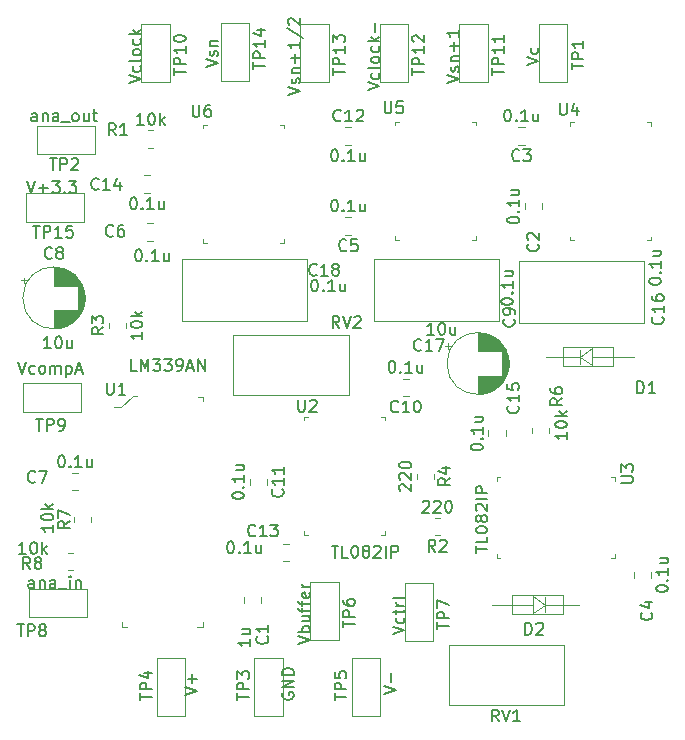
<source format=gto>
G04 #@! TF.GenerationSoftware,KiCad,Pcbnew,(5.1.7)-1*
G04 #@! TF.CreationDate,2020-10-27T01:06:40-05:00*
G04 #@! TF.ProjectId,tent_map_amplitude,74656e74-5f6d-4617-905f-616d706c6974,1*
G04 #@! TF.SameCoordinates,Original*
G04 #@! TF.FileFunction,Legend,Top*
G04 #@! TF.FilePolarity,Positive*
%FSLAX46Y46*%
G04 Gerber Fmt 4.6, Leading zero omitted, Abs format (unit mm)*
G04 Created by KiCad (PCBNEW (5.1.7)-1) date 2020-10-27 01:06:40*
%MOMM*%
%LPD*%
G01*
G04 APERTURE LIST*
%ADD10C,0.120000*%
%ADD11C,0.100000*%
%ADD12C,0.150000*%
G04 APERTURE END LIST*
D10*
X80925520Y-107699960D02*
X78525520Y-107699960D01*
X78525520Y-107699960D02*
X78525520Y-112599960D01*
X78525520Y-112599960D02*
X80925520Y-112599960D01*
X80925520Y-112599960D02*
X80925520Y-107699960D01*
X84970040Y-80378140D02*
X94740040Y-80378140D01*
X84970040Y-85448140D02*
X94740040Y-85448140D01*
X84970040Y-80378140D02*
X84970040Y-85448140D01*
X94740040Y-80378140D02*
X94740040Y-85448140D01*
X72346560Y-68358020D02*
X67446560Y-68358020D01*
X72346560Y-70758020D02*
X72346560Y-68358020D01*
X67446560Y-70758020D02*
X72346560Y-70758020D01*
X67446560Y-68358020D02*
X67446560Y-70758020D01*
X108313720Y-82760820D02*
G75*
G03*
X108313720Y-82760820I-2620000J0D01*
G01*
X105693720Y-83800820D02*
X105693720Y-85340820D01*
X105693720Y-80180820D02*
X105693720Y-81720820D01*
X105733720Y-83800820D02*
X105733720Y-85340820D01*
X105733720Y-80180820D02*
X105733720Y-81720820D01*
X105773720Y-80181820D02*
X105773720Y-81720820D01*
X105773720Y-83800820D02*
X105773720Y-85339820D01*
X105813720Y-80182820D02*
X105813720Y-81720820D01*
X105813720Y-83800820D02*
X105813720Y-85338820D01*
X105853720Y-80184820D02*
X105853720Y-81720820D01*
X105853720Y-83800820D02*
X105853720Y-85336820D01*
X105893720Y-80187820D02*
X105893720Y-81720820D01*
X105893720Y-83800820D02*
X105893720Y-85333820D01*
X105933720Y-80191820D02*
X105933720Y-81720820D01*
X105933720Y-83800820D02*
X105933720Y-85329820D01*
X105973720Y-80195820D02*
X105973720Y-81720820D01*
X105973720Y-83800820D02*
X105973720Y-85325820D01*
X106013720Y-80199820D02*
X106013720Y-81720820D01*
X106013720Y-83800820D02*
X106013720Y-85321820D01*
X106053720Y-80204820D02*
X106053720Y-81720820D01*
X106053720Y-83800820D02*
X106053720Y-85316820D01*
X106093720Y-80210820D02*
X106093720Y-81720820D01*
X106093720Y-83800820D02*
X106093720Y-85310820D01*
X106133720Y-80217820D02*
X106133720Y-81720820D01*
X106133720Y-83800820D02*
X106133720Y-85303820D01*
X106173720Y-80224820D02*
X106173720Y-81720820D01*
X106173720Y-83800820D02*
X106173720Y-85296820D01*
X106213720Y-80232820D02*
X106213720Y-81720820D01*
X106213720Y-83800820D02*
X106213720Y-85288820D01*
X106253720Y-80240820D02*
X106253720Y-81720820D01*
X106253720Y-83800820D02*
X106253720Y-85280820D01*
X106293720Y-80249820D02*
X106293720Y-81720820D01*
X106293720Y-83800820D02*
X106293720Y-85271820D01*
X106333720Y-80259820D02*
X106333720Y-81720820D01*
X106333720Y-83800820D02*
X106333720Y-85261820D01*
X106373720Y-80269820D02*
X106373720Y-81720820D01*
X106373720Y-83800820D02*
X106373720Y-85251820D01*
X106414720Y-80280820D02*
X106414720Y-81720820D01*
X106414720Y-83800820D02*
X106414720Y-85240820D01*
X106454720Y-80292820D02*
X106454720Y-81720820D01*
X106454720Y-83800820D02*
X106454720Y-85228820D01*
X106494720Y-80305820D02*
X106494720Y-81720820D01*
X106494720Y-83800820D02*
X106494720Y-85215820D01*
X106534720Y-80318820D02*
X106534720Y-81720820D01*
X106534720Y-83800820D02*
X106534720Y-85202820D01*
X106574720Y-80332820D02*
X106574720Y-81720820D01*
X106574720Y-83800820D02*
X106574720Y-85188820D01*
X106614720Y-80346820D02*
X106614720Y-81720820D01*
X106614720Y-83800820D02*
X106614720Y-85174820D01*
X106654720Y-80362820D02*
X106654720Y-81720820D01*
X106654720Y-83800820D02*
X106654720Y-85158820D01*
X106694720Y-80378820D02*
X106694720Y-81720820D01*
X106694720Y-83800820D02*
X106694720Y-85142820D01*
X106734720Y-80395820D02*
X106734720Y-81720820D01*
X106734720Y-83800820D02*
X106734720Y-85125820D01*
X106774720Y-80412820D02*
X106774720Y-81720820D01*
X106774720Y-83800820D02*
X106774720Y-85108820D01*
X106814720Y-80431820D02*
X106814720Y-81720820D01*
X106814720Y-83800820D02*
X106814720Y-85089820D01*
X106854720Y-80450820D02*
X106854720Y-81720820D01*
X106854720Y-83800820D02*
X106854720Y-85070820D01*
X106894720Y-80470820D02*
X106894720Y-81720820D01*
X106894720Y-83800820D02*
X106894720Y-85050820D01*
X106934720Y-80492820D02*
X106934720Y-81720820D01*
X106934720Y-83800820D02*
X106934720Y-85028820D01*
X106974720Y-80513820D02*
X106974720Y-81720820D01*
X106974720Y-83800820D02*
X106974720Y-85007820D01*
X107014720Y-80536820D02*
X107014720Y-81720820D01*
X107014720Y-83800820D02*
X107014720Y-84984820D01*
X107054720Y-80560820D02*
X107054720Y-81720820D01*
X107054720Y-83800820D02*
X107054720Y-84960820D01*
X107094720Y-80585820D02*
X107094720Y-81720820D01*
X107094720Y-83800820D02*
X107094720Y-84935820D01*
X107134720Y-80611820D02*
X107134720Y-81720820D01*
X107134720Y-83800820D02*
X107134720Y-84909820D01*
X107174720Y-80638820D02*
X107174720Y-81720820D01*
X107174720Y-83800820D02*
X107174720Y-84882820D01*
X107214720Y-80665820D02*
X107214720Y-81720820D01*
X107214720Y-83800820D02*
X107214720Y-84855820D01*
X107254720Y-80695820D02*
X107254720Y-81720820D01*
X107254720Y-83800820D02*
X107254720Y-84825820D01*
X107294720Y-80725820D02*
X107294720Y-81720820D01*
X107294720Y-83800820D02*
X107294720Y-84795820D01*
X107334720Y-80756820D02*
X107334720Y-81720820D01*
X107334720Y-83800820D02*
X107334720Y-84764820D01*
X107374720Y-80789820D02*
X107374720Y-81720820D01*
X107374720Y-83800820D02*
X107374720Y-84731820D01*
X107414720Y-80823820D02*
X107414720Y-81720820D01*
X107414720Y-83800820D02*
X107414720Y-84697820D01*
X107454720Y-80859820D02*
X107454720Y-81720820D01*
X107454720Y-83800820D02*
X107454720Y-84661820D01*
X107494720Y-80896820D02*
X107494720Y-81720820D01*
X107494720Y-83800820D02*
X107494720Y-84624820D01*
X107534720Y-80934820D02*
X107534720Y-81720820D01*
X107534720Y-83800820D02*
X107534720Y-84586820D01*
X107574720Y-80975820D02*
X107574720Y-81720820D01*
X107574720Y-83800820D02*
X107574720Y-84545820D01*
X107614720Y-81017820D02*
X107614720Y-81720820D01*
X107614720Y-83800820D02*
X107614720Y-84503820D01*
X107654720Y-81061820D02*
X107654720Y-81720820D01*
X107654720Y-83800820D02*
X107654720Y-84459820D01*
X107694720Y-81107820D02*
X107694720Y-81720820D01*
X107694720Y-83800820D02*
X107694720Y-84413820D01*
X107734720Y-81155820D02*
X107734720Y-84365820D01*
X107774720Y-81206820D02*
X107774720Y-84314820D01*
X107814720Y-81260820D02*
X107814720Y-84260820D01*
X107854720Y-81317820D02*
X107854720Y-84203820D01*
X107894720Y-81377820D02*
X107894720Y-84143820D01*
X107934720Y-81441820D02*
X107934720Y-84079820D01*
X107974720Y-81509820D02*
X107974720Y-84011820D01*
X108014720Y-81582820D02*
X108014720Y-83938820D01*
X108054720Y-81662820D02*
X108054720Y-83858820D01*
X108094720Y-81749820D02*
X108094720Y-83771820D01*
X108134720Y-81845820D02*
X108134720Y-83675820D01*
X108174720Y-81955820D02*
X108174720Y-83565820D01*
X108214720Y-82083820D02*
X108214720Y-83437820D01*
X108254720Y-82242820D02*
X108254720Y-83278820D01*
X108294720Y-82476820D02*
X108294720Y-83044820D01*
X102888945Y-81285820D02*
X103388945Y-81285820D01*
X103138945Y-81035820D02*
X103138945Y-81535820D01*
X67225885Y-75483380D02*
X67225885Y-75983380D01*
X66975885Y-75733380D02*
X67475885Y-75733380D01*
X72381660Y-76924380D02*
X72381660Y-77492380D01*
X72341660Y-76690380D02*
X72341660Y-77726380D01*
X72301660Y-76531380D02*
X72301660Y-77885380D01*
X72261660Y-76403380D02*
X72261660Y-78013380D01*
X72221660Y-76293380D02*
X72221660Y-78123380D01*
X72181660Y-76197380D02*
X72181660Y-78219380D01*
X72141660Y-76110380D02*
X72141660Y-78306380D01*
X72101660Y-76030380D02*
X72101660Y-78386380D01*
X72061660Y-75957380D02*
X72061660Y-78459380D01*
X72021660Y-75889380D02*
X72021660Y-78527380D01*
X71981660Y-75825380D02*
X71981660Y-78591380D01*
X71941660Y-75765380D02*
X71941660Y-78651380D01*
X71901660Y-75708380D02*
X71901660Y-78708380D01*
X71861660Y-75654380D02*
X71861660Y-78762380D01*
X71821660Y-75603380D02*
X71821660Y-78813380D01*
X71781660Y-78248380D02*
X71781660Y-78861380D01*
X71781660Y-75555380D02*
X71781660Y-76168380D01*
X71741660Y-78248380D02*
X71741660Y-78907380D01*
X71741660Y-75509380D02*
X71741660Y-76168380D01*
X71701660Y-78248380D02*
X71701660Y-78951380D01*
X71701660Y-75465380D02*
X71701660Y-76168380D01*
X71661660Y-78248380D02*
X71661660Y-78993380D01*
X71661660Y-75423380D02*
X71661660Y-76168380D01*
X71621660Y-78248380D02*
X71621660Y-79034380D01*
X71621660Y-75382380D02*
X71621660Y-76168380D01*
X71581660Y-78248380D02*
X71581660Y-79072380D01*
X71581660Y-75344380D02*
X71581660Y-76168380D01*
X71541660Y-78248380D02*
X71541660Y-79109380D01*
X71541660Y-75307380D02*
X71541660Y-76168380D01*
X71501660Y-78248380D02*
X71501660Y-79145380D01*
X71501660Y-75271380D02*
X71501660Y-76168380D01*
X71461660Y-78248380D02*
X71461660Y-79179380D01*
X71461660Y-75237380D02*
X71461660Y-76168380D01*
X71421660Y-78248380D02*
X71421660Y-79212380D01*
X71421660Y-75204380D02*
X71421660Y-76168380D01*
X71381660Y-78248380D02*
X71381660Y-79243380D01*
X71381660Y-75173380D02*
X71381660Y-76168380D01*
X71341660Y-78248380D02*
X71341660Y-79273380D01*
X71341660Y-75143380D02*
X71341660Y-76168380D01*
X71301660Y-78248380D02*
X71301660Y-79303380D01*
X71301660Y-75113380D02*
X71301660Y-76168380D01*
X71261660Y-78248380D02*
X71261660Y-79330380D01*
X71261660Y-75086380D02*
X71261660Y-76168380D01*
X71221660Y-78248380D02*
X71221660Y-79357380D01*
X71221660Y-75059380D02*
X71221660Y-76168380D01*
X71181660Y-78248380D02*
X71181660Y-79383380D01*
X71181660Y-75033380D02*
X71181660Y-76168380D01*
X71141660Y-78248380D02*
X71141660Y-79408380D01*
X71141660Y-75008380D02*
X71141660Y-76168380D01*
X71101660Y-78248380D02*
X71101660Y-79432380D01*
X71101660Y-74984380D02*
X71101660Y-76168380D01*
X71061660Y-78248380D02*
X71061660Y-79455380D01*
X71061660Y-74961380D02*
X71061660Y-76168380D01*
X71021660Y-78248380D02*
X71021660Y-79476380D01*
X71021660Y-74940380D02*
X71021660Y-76168380D01*
X70981660Y-78248380D02*
X70981660Y-79498380D01*
X70981660Y-74918380D02*
X70981660Y-76168380D01*
X70941660Y-78248380D02*
X70941660Y-79518380D01*
X70941660Y-74898380D02*
X70941660Y-76168380D01*
X70901660Y-78248380D02*
X70901660Y-79537380D01*
X70901660Y-74879380D02*
X70901660Y-76168380D01*
X70861660Y-78248380D02*
X70861660Y-79556380D01*
X70861660Y-74860380D02*
X70861660Y-76168380D01*
X70821660Y-78248380D02*
X70821660Y-79573380D01*
X70821660Y-74843380D02*
X70821660Y-76168380D01*
X70781660Y-78248380D02*
X70781660Y-79590380D01*
X70781660Y-74826380D02*
X70781660Y-76168380D01*
X70741660Y-78248380D02*
X70741660Y-79606380D01*
X70741660Y-74810380D02*
X70741660Y-76168380D01*
X70701660Y-78248380D02*
X70701660Y-79622380D01*
X70701660Y-74794380D02*
X70701660Y-76168380D01*
X70661660Y-78248380D02*
X70661660Y-79636380D01*
X70661660Y-74780380D02*
X70661660Y-76168380D01*
X70621660Y-78248380D02*
X70621660Y-79650380D01*
X70621660Y-74766380D02*
X70621660Y-76168380D01*
X70581660Y-78248380D02*
X70581660Y-79663380D01*
X70581660Y-74753380D02*
X70581660Y-76168380D01*
X70541660Y-78248380D02*
X70541660Y-79676380D01*
X70541660Y-74740380D02*
X70541660Y-76168380D01*
X70501660Y-78248380D02*
X70501660Y-79688380D01*
X70501660Y-74728380D02*
X70501660Y-76168380D01*
X70460660Y-78248380D02*
X70460660Y-79699380D01*
X70460660Y-74717380D02*
X70460660Y-76168380D01*
X70420660Y-78248380D02*
X70420660Y-79709380D01*
X70420660Y-74707380D02*
X70420660Y-76168380D01*
X70380660Y-78248380D02*
X70380660Y-79719380D01*
X70380660Y-74697380D02*
X70380660Y-76168380D01*
X70340660Y-78248380D02*
X70340660Y-79728380D01*
X70340660Y-74688380D02*
X70340660Y-76168380D01*
X70300660Y-78248380D02*
X70300660Y-79736380D01*
X70300660Y-74680380D02*
X70300660Y-76168380D01*
X70260660Y-78248380D02*
X70260660Y-79744380D01*
X70260660Y-74672380D02*
X70260660Y-76168380D01*
X70220660Y-78248380D02*
X70220660Y-79751380D01*
X70220660Y-74665380D02*
X70220660Y-76168380D01*
X70180660Y-78248380D02*
X70180660Y-79758380D01*
X70180660Y-74658380D02*
X70180660Y-76168380D01*
X70140660Y-78248380D02*
X70140660Y-79764380D01*
X70140660Y-74652380D02*
X70140660Y-76168380D01*
X70100660Y-78248380D02*
X70100660Y-79769380D01*
X70100660Y-74647380D02*
X70100660Y-76168380D01*
X70060660Y-78248380D02*
X70060660Y-79773380D01*
X70060660Y-74643380D02*
X70060660Y-76168380D01*
X70020660Y-78248380D02*
X70020660Y-79777380D01*
X70020660Y-74639380D02*
X70020660Y-76168380D01*
X69980660Y-78248380D02*
X69980660Y-79781380D01*
X69980660Y-74635380D02*
X69980660Y-76168380D01*
X69940660Y-78248380D02*
X69940660Y-79784380D01*
X69940660Y-74632380D02*
X69940660Y-76168380D01*
X69900660Y-78248380D02*
X69900660Y-79786380D01*
X69900660Y-74630380D02*
X69900660Y-76168380D01*
X69860660Y-78248380D02*
X69860660Y-79787380D01*
X69860660Y-74629380D02*
X69860660Y-76168380D01*
X69820660Y-74628380D02*
X69820660Y-76168380D01*
X69820660Y-78248380D02*
X69820660Y-79788380D01*
X69780660Y-74628380D02*
X69780660Y-76168380D01*
X69780660Y-78248380D02*
X69780660Y-79788380D01*
X72400660Y-77208380D02*
G75*
G03*
X72400660Y-77208380I-2620000J0D01*
G01*
X97392640Y-58908800D02*
X99792640Y-58908800D01*
X99792640Y-58908800D02*
X99792640Y-54008800D01*
X99792640Y-54008800D02*
X97392640Y-54008800D01*
X97392640Y-54008800D02*
X97392640Y-58908800D01*
X91182000Y-79124800D02*
X80642000Y-79124800D01*
X91182000Y-73884800D02*
X80642000Y-73884800D01*
X91182000Y-79124800D02*
X91182000Y-73884800D01*
X80642000Y-79124800D02*
X80642000Y-73884800D01*
X107438000Y-79124800D02*
X96898000Y-79124800D01*
X107438000Y-73884800D02*
X96898000Y-73884800D01*
X107438000Y-79124800D02*
X107438000Y-73884800D01*
X96898000Y-79124800D02*
X96898000Y-73884800D01*
X119731600Y-79353400D02*
X109191600Y-79353400D01*
X119731600Y-74113400D02*
X109191600Y-74113400D01*
X119731600Y-79353400D02*
X119731600Y-74113400D01*
X109191600Y-79353400D02*
X109191600Y-74113400D01*
D11*
X82442000Y-62854000D02*
X82442000Y-62554000D01*
X82442000Y-62554000D02*
X82742000Y-62554000D01*
X89242000Y-62854000D02*
X89242000Y-62554000D01*
X89242000Y-62554000D02*
X88942000Y-62554000D01*
X89242000Y-72254000D02*
X89242000Y-72554000D01*
X89242000Y-72554000D02*
X88942000Y-72554000D01*
X82442000Y-72254000D02*
X82442000Y-72554000D01*
X82442000Y-72554000D02*
X82742000Y-72554000D01*
X98698000Y-62600000D02*
X98698000Y-62300000D01*
X98698000Y-62300000D02*
X98998000Y-62300000D01*
X105498000Y-62600000D02*
X105498000Y-62300000D01*
X105498000Y-62300000D02*
X105198000Y-62300000D01*
X105498000Y-72000000D02*
X105498000Y-72300000D01*
X105498000Y-72300000D02*
X105198000Y-72300000D01*
X98698000Y-72000000D02*
X98698000Y-72300000D01*
X98698000Y-72300000D02*
X98998000Y-72300000D01*
X113506200Y-62625400D02*
X113506200Y-62325400D01*
X113506200Y-62325400D02*
X113806200Y-62325400D01*
X120306200Y-62625400D02*
X120306200Y-62325400D01*
X120306200Y-62325400D02*
X120006200Y-62325400D01*
X120306200Y-72025400D02*
X120306200Y-72325400D01*
X120306200Y-72325400D02*
X120006200Y-72325400D01*
X113506200Y-72025400D02*
X113506200Y-72325400D01*
X113506200Y-72325400D02*
X113806200Y-72325400D01*
X116978000Y-92398800D02*
X117278000Y-92398800D01*
X117278000Y-92398800D02*
X117278000Y-92698800D01*
X116978000Y-99198800D02*
X117278000Y-99198800D01*
X117278000Y-99198800D02*
X117278000Y-98898800D01*
X107578000Y-99198800D02*
X107278000Y-99198800D01*
X107278000Y-99198800D02*
X107278000Y-98898800D01*
X107578000Y-92398800D02*
X107278000Y-92398800D01*
X107278000Y-92398800D02*
X107278000Y-92698800D01*
X90981480Y-87555500D02*
X90981480Y-87255500D01*
X90981480Y-87255500D02*
X91281480Y-87255500D01*
X97781480Y-87555500D02*
X97781480Y-87255500D01*
X97781480Y-87255500D02*
X97481480Y-87255500D01*
X97781480Y-96955500D02*
X97781480Y-97255500D01*
X97781480Y-97255500D02*
X97481480Y-97255500D01*
X90981480Y-96955500D02*
X90981480Y-97255500D01*
X90981480Y-97255500D02*
X91281480Y-97255500D01*
X75104000Y-86480800D02*
X74854000Y-86480800D01*
X75484000Y-86480800D02*
X75114000Y-86480800D01*
X76784000Y-85480800D02*
X76484000Y-85480800D01*
X76484000Y-85480800D02*
X75484000Y-86480800D01*
X82384000Y-85980800D02*
X82384000Y-85580800D01*
X82384000Y-85580800D02*
X81984000Y-85580800D01*
X81884000Y-105080800D02*
X82384000Y-105080800D01*
X82384000Y-105080800D02*
X82384000Y-104680800D01*
X75584000Y-104680800D02*
X75584000Y-105080800D01*
X75584000Y-105080800D02*
X75984000Y-105080800D01*
D10*
X86320480Y-53968800D02*
X83920480Y-53968800D01*
X83920480Y-53968800D02*
X83920480Y-58868800D01*
X83920480Y-58868800D02*
X86320480Y-58868800D01*
X86320480Y-58868800D02*
X86320480Y-53968800D01*
X90656560Y-58908800D02*
X93056560Y-58908800D01*
X93056560Y-58908800D02*
X93056560Y-54008800D01*
X93056560Y-54008800D02*
X90656560Y-54008800D01*
X90656560Y-54008800D02*
X90656560Y-58908800D01*
X104128720Y-58908800D02*
X106528720Y-58908800D01*
X106528720Y-58908800D02*
X106528720Y-54008800D01*
X106528720Y-54008800D02*
X104128720Y-54008800D01*
X104128720Y-54008800D02*
X104128720Y-58908800D01*
X77184400Y-58908800D02*
X79584400Y-58908800D01*
X79584400Y-58908800D02*
X79584400Y-54008800D01*
X79584400Y-54008800D02*
X77184400Y-54008800D01*
X77184400Y-54008800D02*
X77184400Y-58908800D01*
X67151400Y-84448800D02*
X67151400Y-86848800D01*
X67151400Y-86848800D02*
X72051400Y-86848800D01*
X72051400Y-86848800D02*
X72051400Y-84448800D01*
X72051400Y-84448800D02*
X67151400Y-84448800D01*
X67672100Y-101827480D02*
X67672100Y-104227480D01*
X67672100Y-104227480D02*
X72572100Y-104227480D01*
X72572100Y-104227480D02*
X72572100Y-101827480D01*
X72572100Y-101827480D02*
X67672100Y-101827480D01*
X99511000Y-106279800D02*
X101911000Y-106279800D01*
X101911000Y-106279800D02*
X101911000Y-101379800D01*
X101911000Y-101379800D02*
X99511000Y-101379800D01*
X99511000Y-101379800D02*
X99511000Y-106279800D01*
X91510000Y-106152800D02*
X93910000Y-106152800D01*
X93910000Y-106152800D02*
X93910000Y-101252800D01*
X93910000Y-101252800D02*
X91510000Y-101252800D01*
X91510000Y-101252800D02*
X91510000Y-106152800D01*
X97407580Y-107699960D02*
X95007580Y-107699960D01*
X95007580Y-107699960D02*
X95007580Y-112599960D01*
X95007580Y-112599960D02*
X97407580Y-112599960D01*
X97407580Y-112599960D02*
X97407580Y-107699960D01*
X89166550Y-107699960D02*
X86766550Y-107699960D01*
X86766550Y-107699960D02*
X86766550Y-112599960D01*
X86766550Y-112599960D02*
X89166550Y-112599960D01*
X89166550Y-112599960D02*
X89166550Y-107699960D01*
X68383300Y-62630200D02*
X68383300Y-65030200D01*
X68383300Y-65030200D02*
X73283300Y-65030200D01*
X73283300Y-65030200D02*
X73283300Y-62630200D01*
X73283300Y-62630200D02*
X68383300Y-62630200D01*
X110864800Y-58908800D02*
X113264800Y-58908800D01*
X113264800Y-58908800D02*
X113264800Y-54008800D01*
X113264800Y-54008800D02*
X110864800Y-54008800D01*
X110864800Y-54008800D02*
X110864800Y-58908800D01*
X112972160Y-111696660D02*
X103202160Y-111696660D01*
X112972160Y-106626660D02*
X103202160Y-106626660D01*
X112972160Y-111696660D02*
X112972160Y-106626660D01*
X103202160Y-111696660D02*
X103202160Y-106626660D01*
X71429104Y-100249660D02*
X70974976Y-100249660D01*
X71429104Y-98779660D02*
X70974976Y-98779660D01*
X72937040Y-95747596D02*
X72937040Y-96201724D01*
X71467040Y-95747596D02*
X71467040Y-96201724D01*
X111733000Y-88231736D02*
X111733000Y-88685864D01*
X110263000Y-88231736D02*
X110263000Y-88685864D01*
X101971780Y-92079836D02*
X101971780Y-92533964D01*
X100501780Y-92079836D02*
X100501780Y-92533964D01*
X74449000Y-79763864D02*
X74449000Y-79309736D01*
X75919000Y-79763864D02*
X75919000Y-79309736D01*
X102476544Y-97318500D02*
X102022416Y-97318500D01*
X102476544Y-95848500D02*
X102022416Y-95848500D01*
X78221064Y-64489000D02*
X77766936Y-64489000D01*
X78221064Y-63019000D02*
X77766936Y-63019000D01*
D11*
X111370000Y-103174800D02*
X111370000Y-102574800D01*
X111370000Y-103174800D02*
X111370000Y-103774800D01*
X111370000Y-103174800D02*
X112070000Y-103174800D01*
X108570000Y-103174800D02*
X110370000Y-103174800D01*
X110370000Y-103874800D02*
X110370000Y-102474800D01*
X110370000Y-102474800D02*
X111370000Y-103174800D01*
X111370000Y-103174800D02*
X110370000Y-103874800D01*
X112070000Y-103174800D02*
X112870000Y-103174800D01*
X106870000Y-103174800D02*
X108570000Y-103174800D01*
X112870000Y-103174800D02*
X112870000Y-102374800D01*
X112870000Y-102374800D02*
X108570000Y-102374800D01*
X108570000Y-102374800D02*
X108570000Y-103174800D01*
X114270000Y-103174800D02*
X112870000Y-103174800D01*
X112870000Y-103174800D02*
X112870000Y-103974800D01*
X112870000Y-103974800D02*
X108570000Y-103974800D01*
X108570000Y-103974800D02*
X108570000Y-103174800D01*
X114367400Y-82194400D02*
X114367400Y-82794400D01*
X114367400Y-82194400D02*
X114367400Y-81594400D01*
X114367400Y-82194400D02*
X113667400Y-82194400D01*
X117167400Y-82194400D02*
X115367400Y-82194400D01*
X115367400Y-81494400D02*
X115367400Y-82894400D01*
X115367400Y-82894400D02*
X114367400Y-82194400D01*
X114367400Y-82194400D02*
X115367400Y-81494400D01*
X113667400Y-82194400D02*
X112867400Y-82194400D01*
X118867400Y-82194400D02*
X117167400Y-82194400D01*
X112867400Y-82194400D02*
X112867400Y-82994400D01*
X112867400Y-82994400D02*
X117167400Y-82994400D01*
X117167400Y-82994400D02*
X117167400Y-82194400D01*
X111467400Y-82194400D02*
X112867400Y-82194400D01*
X112867400Y-82194400D02*
X112867400Y-81394400D01*
X112867400Y-81394400D02*
X117167400Y-81394400D01*
X117167400Y-81394400D02*
X117167400Y-82194400D01*
D10*
X108050000Y-88414048D02*
X108050000Y-88936552D01*
X106580000Y-88414048D02*
X106580000Y-88936552D01*
X77441248Y-66829000D02*
X77963752Y-66829000D01*
X77441248Y-68299000D02*
X77963752Y-68299000D01*
X89155728Y-98007500D02*
X89678232Y-98007500D01*
X89155728Y-99477500D02*
X89678232Y-99477500D01*
X94459248Y-62765000D02*
X94981752Y-62765000D01*
X94459248Y-64235000D02*
X94981752Y-64235000D01*
X87841760Y-92513608D02*
X87841760Y-93036112D01*
X86371760Y-92513608D02*
X86371760Y-93036112D01*
X99838232Y-85507500D02*
X99315728Y-85507500D01*
X99838232Y-84037500D02*
X99315728Y-84037500D01*
X71867752Y-93495800D02*
X71345248Y-93495800D01*
X71867752Y-92025800D02*
X71345248Y-92025800D01*
X78217752Y-72363000D02*
X77695248Y-72363000D01*
X78217752Y-70893000D02*
X77695248Y-70893000D01*
X94981752Y-71855000D02*
X94459248Y-71855000D01*
X94981752Y-70385000D02*
X94459248Y-70385000D01*
X118899000Y-100917552D02*
X118899000Y-100395048D01*
X120369000Y-100917552D02*
X120369000Y-100395048D01*
X109637552Y-64235000D02*
X109115048Y-64235000D01*
X109637552Y-62765000D02*
X109115048Y-62765000D01*
X111148800Y-69186248D02*
X111148800Y-69708752D01*
X109678800Y-69186248D02*
X109678800Y-69708752D01*
X87349000Y-102554048D02*
X87349000Y-103076552D01*
X85879000Y-102554048D02*
X85879000Y-103076552D01*
D12*
X77077900Y-111261864D02*
X77077900Y-110690436D01*
X78077900Y-110976150D02*
X77077900Y-110976150D01*
X78077900Y-110357102D02*
X77077900Y-110357102D01*
X77077900Y-109976150D01*
X77125520Y-109880912D01*
X77173139Y-109833293D01*
X77268377Y-109785674D01*
X77411234Y-109785674D01*
X77506472Y-109833293D01*
X77554091Y-109880912D01*
X77601710Y-109976150D01*
X77601710Y-110357102D01*
X77411234Y-108928531D02*
X78077900Y-108928531D01*
X77030281Y-109166626D02*
X77744567Y-109404721D01*
X77744567Y-108785674D01*
X80877900Y-110852340D02*
X81877900Y-110519007D01*
X80877900Y-110185674D01*
X81496948Y-109852340D02*
X81496948Y-109090436D01*
X81877900Y-109471388D02*
X81115996Y-109471388D01*
X93963881Y-79768960D02*
X93630548Y-79292770D01*
X93392453Y-79768960D02*
X93392453Y-78768960D01*
X93773405Y-78768960D01*
X93868643Y-78816580D01*
X93916262Y-78864199D01*
X93963881Y-78959437D01*
X93963881Y-79102294D01*
X93916262Y-79197532D01*
X93868643Y-79245151D01*
X93773405Y-79292770D01*
X93392453Y-79292770D01*
X94249596Y-78768960D02*
X94582929Y-79768960D01*
X94916262Y-78768960D01*
X95201977Y-78864199D02*
X95249596Y-78816580D01*
X95344834Y-78768960D01*
X95582929Y-78768960D01*
X95678167Y-78816580D01*
X95725786Y-78864199D01*
X95773405Y-78959437D01*
X95773405Y-79054675D01*
X95725786Y-79197532D01*
X95154358Y-79768960D01*
X95773405Y-79768960D01*
X68008464Y-71110400D02*
X68579893Y-71110400D01*
X68294179Y-72110400D02*
X68294179Y-71110400D01*
X68913226Y-72110400D02*
X68913226Y-71110400D01*
X69294179Y-71110400D01*
X69389417Y-71158020D01*
X69437036Y-71205639D01*
X69484655Y-71300877D01*
X69484655Y-71443734D01*
X69437036Y-71538972D01*
X69389417Y-71586591D01*
X69294179Y-71634210D01*
X68913226Y-71634210D01*
X70437036Y-72110400D02*
X69865607Y-72110400D01*
X70151321Y-72110400D02*
X70151321Y-71110400D01*
X70056083Y-71253258D01*
X69960845Y-71348496D01*
X69865607Y-71396115D01*
X71341798Y-71110400D02*
X70865607Y-71110400D01*
X70817988Y-71586591D01*
X70865607Y-71538972D01*
X70960845Y-71491353D01*
X71198940Y-71491353D01*
X71294179Y-71538972D01*
X71341798Y-71586591D01*
X71389417Y-71681829D01*
X71389417Y-71919924D01*
X71341798Y-72015162D01*
X71294179Y-72062781D01*
X71198940Y-72110400D01*
X70960845Y-72110400D01*
X70865607Y-72062781D01*
X70817988Y-72015162D01*
X67503702Y-67310400D02*
X67837036Y-68310400D01*
X68170369Y-67310400D01*
X68503702Y-67929448D02*
X69265607Y-67929448D01*
X68884655Y-68310400D02*
X68884655Y-67548496D01*
X69646560Y-67310400D02*
X70265607Y-67310400D01*
X69932274Y-67691353D01*
X70075131Y-67691353D01*
X70170369Y-67738972D01*
X70217988Y-67786591D01*
X70265607Y-67881829D01*
X70265607Y-68119924D01*
X70217988Y-68215162D01*
X70170369Y-68262781D01*
X70075131Y-68310400D01*
X69789417Y-68310400D01*
X69694179Y-68262781D01*
X69646560Y-68215162D01*
X70694179Y-68215162D02*
X70741798Y-68262781D01*
X70694179Y-68310400D01*
X70646560Y-68262781D01*
X70694179Y-68215162D01*
X70694179Y-68310400D01*
X71075131Y-67310400D02*
X71694179Y-67310400D01*
X71360845Y-67691353D01*
X71503702Y-67691353D01*
X71598940Y-67738972D01*
X71646560Y-67786591D01*
X71694179Y-67881829D01*
X71694179Y-68119924D01*
X71646560Y-68215162D01*
X71598940Y-68262781D01*
X71503702Y-68310400D01*
X71217988Y-68310400D01*
X71122750Y-68262781D01*
X71075131Y-68215162D01*
X108731322Y-79013346D02*
X108778941Y-79060965D01*
X108826560Y-79203822D01*
X108826560Y-79299060D01*
X108778941Y-79441918D01*
X108683703Y-79537156D01*
X108588465Y-79584775D01*
X108397989Y-79632394D01*
X108255132Y-79632394D01*
X108064656Y-79584775D01*
X107969418Y-79537156D01*
X107874180Y-79441918D01*
X107826560Y-79299060D01*
X107826560Y-79203822D01*
X107874180Y-79060965D01*
X107921799Y-79013346D01*
X108826560Y-78537156D02*
X108826560Y-78346680D01*
X108778941Y-78251441D01*
X108731322Y-78203822D01*
X108588465Y-78108584D01*
X108397989Y-78060965D01*
X108017037Y-78060965D01*
X107921799Y-78108584D01*
X107874180Y-78156203D01*
X107826560Y-78251441D01*
X107826560Y-78441918D01*
X107874180Y-78537156D01*
X107921799Y-78584775D01*
X108017037Y-78632394D01*
X108255132Y-78632394D01*
X108350370Y-78584775D01*
X108397989Y-78537156D01*
X108445608Y-78441918D01*
X108445608Y-78251441D01*
X108397989Y-78156203D01*
X108350370Y-78108584D01*
X108255132Y-78060965D01*
X101962982Y-80322680D02*
X101391554Y-80322680D01*
X101677268Y-80322680D02*
X101677268Y-79322680D01*
X101582030Y-79465538D01*
X101486792Y-79560776D01*
X101391554Y-79608395D01*
X102582030Y-79322680D02*
X102677268Y-79322680D01*
X102772506Y-79370300D01*
X102820125Y-79417919D01*
X102867744Y-79513157D01*
X102915363Y-79703633D01*
X102915363Y-79941728D01*
X102867744Y-80132204D01*
X102820125Y-80227442D01*
X102772506Y-80275061D01*
X102677268Y-80322680D01*
X102582030Y-80322680D01*
X102486792Y-80275061D01*
X102439173Y-80227442D01*
X102391554Y-80132204D01*
X102343935Y-79941728D01*
X102343935Y-79703633D01*
X102391554Y-79513157D01*
X102439173Y-79417919D01*
X102486792Y-79370300D01*
X102582030Y-79322680D01*
X103772506Y-79656014D02*
X103772506Y-80322680D01*
X103343935Y-79656014D02*
X103343935Y-80179823D01*
X103391554Y-80275061D01*
X103486792Y-80322680D01*
X103629649Y-80322680D01*
X103724887Y-80275061D01*
X103772506Y-80227442D01*
X69613993Y-73815522D02*
X69566374Y-73863141D01*
X69423517Y-73910760D01*
X69328279Y-73910760D01*
X69185421Y-73863141D01*
X69090183Y-73767903D01*
X69042564Y-73672665D01*
X68994945Y-73482189D01*
X68994945Y-73339332D01*
X69042564Y-73148856D01*
X69090183Y-73053618D01*
X69185421Y-72958380D01*
X69328279Y-72910760D01*
X69423517Y-72910760D01*
X69566374Y-72958380D01*
X69613993Y-73005999D01*
X70185421Y-73339332D02*
X70090183Y-73291713D01*
X70042564Y-73244094D01*
X69994945Y-73148856D01*
X69994945Y-73101237D01*
X70042564Y-73005999D01*
X70090183Y-72958380D01*
X70185421Y-72910760D01*
X70375898Y-72910760D01*
X70471136Y-72958380D01*
X70518755Y-73005999D01*
X70566374Y-73101237D01*
X70566374Y-73148856D01*
X70518755Y-73244094D01*
X70471136Y-73291713D01*
X70375898Y-73339332D01*
X70185421Y-73339332D01*
X70090183Y-73386951D01*
X70042564Y-73434570D01*
X69994945Y-73529808D01*
X69994945Y-73720284D01*
X70042564Y-73815522D01*
X70090183Y-73863141D01*
X70185421Y-73910760D01*
X70375898Y-73910760D01*
X70471136Y-73863141D01*
X70518755Y-73815522D01*
X70566374Y-73720284D01*
X70566374Y-73529808D01*
X70518755Y-73434570D01*
X70471136Y-73386951D01*
X70375898Y-73339332D01*
X69503302Y-81470760D02*
X68931874Y-81470760D01*
X69217588Y-81470760D02*
X69217588Y-80470760D01*
X69122350Y-80613618D01*
X69027112Y-80708856D01*
X68931874Y-80756475D01*
X70122350Y-80470760D02*
X70217588Y-80470760D01*
X70312826Y-80518380D01*
X70360445Y-80565999D01*
X70408064Y-80661237D01*
X70455683Y-80851713D01*
X70455683Y-81089808D01*
X70408064Y-81280284D01*
X70360445Y-81375522D01*
X70312826Y-81423141D01*
X70217588Y-81470760D01*
X70122350Y-81470760D01*
X70027112Y-81423141D01*
X69979493Y-81375522D01*
X69931874Y-81280284D01*
X69884255Y-81089808D01*
X69884255Y-80851713D01*
X69931874Y-80661237D01*
X69979493Y-80565999D01*
X70027112Y-80518380D01*
X70122350Y-80470760D01*
X71312826Y-80804094D02*
X71312826Y-81470760D01*
X70884255Y-80804094D02*
X70884255Y-81327903D01*
X70931874Y-81423141D01*
X71027112Y-81470760D01*
X71169969Y-81470760D01*
X71265207Y-81423141D01*
X71312826Y-81375522D01*
X100145020Y-58346895D02*
X100145020Y-57775466D01*
X101145020Y-58061180D02*
X100145020Y-58061180D01*
X101145020Y-57442133D02*
X100145020Y-57442133D01*
X100145020Y-57061180D01*
X100192640Y-56965942D01*
X100240259Y-56918323D01*
X100335497Y-56870704D01*
X100478354Y-56870704D01*
X100573592Y-56918323D01*
X100621211Y-56965942D01*
X100668830Y-57061180D01*
X100668830Y-57442133D01*
X101145020Y-55918323D02*
X101145020Y-56489752D01*
X101145020Y-56204038D02*
X100145020Y-56204038D01*
X100287878Y-56299276D01*
X100383116Y-56394514D01*
X100430735Y-56489752D01*
X100240259Y-55537371D02*
X100192640Y-55489752D01*
X100145020Y-55394514D01*
X100145020Y-55156419D01*
X100192640Y-55061180D01*
X100240259Y-55013561D01*
X100335497Y-54965942D01*
X100430735Y-54965942D01*
X100573592Y-55013561D01*
X101145020Y-55584990D01*
X101145020Y-54965942D01*
X96345020Y-59637371D02*
X97345020Y-59304038D01*
X96345020Y-58970704D01*
X97297401Y-58208800D02*
X97345020Y-58304038D01*
X97345020Y-58494514D01*
X97297401Y-58589752D01*
X97249782Y-58637371D01*
X97154544Y-58684990D01*
X96868830Y-58684990D01*
X96773592Y-58637371D01*
X96725973Y-58589752D01*
X96678354Y-58494514D01*
X96678354Y-58304038D01*
X96725973Y-58208800D01*
X97345020Y-57637371D02*
X97297401Y-57732609D01*
X97202163Y-57780228D01*
X96345020Y-57780228D01*
X97345020Y-57113561D02*
X97297401Y-57208800D01*
X97249782Y-57256419D01*
X97154544Y-57304038D01*
X96868830Y-57304038D01*
X96773592Y-57256419D01*
X96725973Y-57208800D01*
X96678354Y-57113561D01*
X96678354Y-56970704D01*
X96725973Y-56875466D01*
X96773592Y-56827847D01*
X96868830Y-56780228D01*
X97154544Y-56780228D01*
X97249782Y-56827847D01*
X97297401Y-56875466D01*
X97345020Y-56970704D01*
X97345020Y-57113561D01*
X97297401Y-55923085D02*
X97345020Y-56018323D01*
X97345020Y-56208800D01*
X97297401Y-56304038D01*
X97249782Y-56351657D01*
X97154544Y-56399276D01*
X96868830Y-56399276D01*
X96773592Y-56351657D01*
X96725973Y-56304038D01*
X96678354Y-56208800D01*
X96678354Y-56018323D01*
X96725973Y-55923085D01*
X97345020Y-55494514D02*
X96345020Y-55494514D01*
X96964068Y-55399276D02*
X97345020Y-55113561D01*
X96678354Y-55113561D02*
X97059306Y-55494514D01*
X96964068Y-54684990D02*
X96964068Y-53923085D01*
X92029042Y-75238882D02*
X91981423Y-75286501D01*
X91838566Y-75334120D01*
X91743328Y-75334120D01*
X91600471Y-75286501D01*
X91505233Y-75191263D01*
X91457614Y-75096025D01*
X91409995Y-74905549D01*
X91409995Y-74762692D01*
X91457614Y-74572216D01*
X91505233Y-74476978D01*
X91600471Y-74381740D01*
X91743328Y-74334120D01*
X91838566Y-74334120D01*
X91981423Y-74381740D01*
X92029042Y-74429359D01*
X92981423Y-75334120D02*
X92409995Y-75334120D01*
X92695709Y-75334120D02*
X92695709Y-74334120D01*
X92600471Y-74476978D01*
X92505233Y-74572216D01*
X92409995Y-74619835D01*
X93552852Y-74762692D02*
X93457614Y-74715073D01*
X93409995Y-74667454D01*
X93362376Y-74572216D01*
X93362376Y-74524597D01*
X93409995Y-74429359D01*
X93457614Y-74381740D01*
X93552852Y-74334120D01*
X93743328Y-74334120D01*
X93838566Y-74381740D01*
X93886185Y-74429359D01*
X93933804Y-74524597D01*
X93933804Y-74572216D01*
X93886185Y-74667454D01*
X93838566Y-74715073D01*
X93743328Y-74762692D01*
X93552852Y-74762692D01*
X93457614Y-74810311D01*
X93409995Y-74857930D01*
X93362376Y-74953168D01*
X93362376Y-75143644D01*
X93409995Y-75238882D01*
X93457614Y-75286501D01*
X93552852Y-75334120D01*
X93743328Y-75334120D01*
X93838566Y-75286501D01*
X93886185Y-75238882D01*
X93933804Y-75143644D01*
X93933804Y-74953168D01*
X93886185Y-74857930D01*
X93838566Y-74810311D01*
X93743328Y-74762692D01*
X91818294Y-75665080D02*
X91913532Y-75665080D01*
X92008770Y-75712700D01*
X92056389Y-75760319D01*
X92104008Y-75855557D01*
X92151627Y-76046033D01*
X92151627Y-76284128D01*
X92104008Y-76474604D01*
X92056389Y-76569842D01*
X92008770Y-76617461D01*
X91913532Y-76665080D01*
X91818294Y-76665080D01*
X91723056Y-76617461D01*
X91675437Y-76569842D01*
X91627818Y-76474604D01*
X91580199Y-76284128D01*
X91580199Y-76046033D01*
X91627818Y-75855557D01*
X91675437Y-75760319D01*
X91723056Y-75712700D01*
X91818294Y-75665080D01*
X92580199Y-76569842D02*
X92627818Y-76617461D01*
X92580199Y-76665080D01*
X92532580Y-76617461D01*
X92580199Y-76569842D01*
X92580199Y-76665080D01*
X93580199Y-76665080D02*
X93008770Y-76665080D01*
X93294484Y-76665080D02*
X93294484Y-75665080D01*
X93199246Y-75807938D01*
X93104008Y-75903176D01*
X93008770Y-75950795D01*
X94437341Y-75998414D02*
X94437341Y-76665080D01*
X94008770Y-75998414D02*
X94008770Y-76522223D01*
X94056389Y-76617461D01*
X94151627Y-76665080D01*
X94294484Y-76665080D01*
X94389722Y-76617461D01*
X94437341Y-76569842D01*
X100883482Y-81591422D02*
X100835863Y-81639041D01*
X100693006Y-81686660D01*
X100597768Y-81686660D01*
X100454911Y-81639041D01*
X100359673Y-81543803D01*
X100312054Y-81448565D01*
X100264435Y-81258089D01*
X100264435Y-81115232D01*
X100312054Y-80924756D01*
X100359673Y-80829518D01*
X100454911Y-80734280D01*
X100597768Y-80686660D01*
X100693006Y-80686660D01*
X100835863Y-80734280D01*
X100883482Y-80781899D01*
X101835863Y-81686660D02*
X101264435Y-81686660D01*
X101550149Y-81686660D02*
X101550149Y-80686660D01*
X101454911Y-80829518D01*
X101359673Y-80924756D01*
X101264435Y-80972375D01*
X102169197Y-80686660D02*
X102835863Y-80686660D01*
X102407292Y-81686660D01*
X107656380Y-77559065D02*
X107656380Y-77463827D01*
X107704000Y-77368589D01*
X107751619Y-77320970D01*
X107846857Y-77273351D01*
X108037333Y-77225732D01*
X108275428Y-77225732D01*
X108465904Y-77273351D01*
X108561142Y-77320970D01*
X108608761Y-77368589D01*
X108656380Y-77463827D01*
X108656380Y-77559065D01*
X108608761Y-77654303D01*
X108561142Y-77701922D01*
X108465904Y-77749541D01*
X108275428Y-77797160D01*
X108037333Y-77797160D01*
X107846857Y-77749541D01*
X107751619Y-77701922D01*
X107704000Y-77654303D01*
X107656380Y-77559065D01*
X108561142Y-76797160D02*
X108608761Y-76749541D01*
X108656380Y-76797160D01*
X108608761Y-76844780D01*
X108561142Y-76797160D01*
X108656380Y-76797160D01*
X108656380Y-75797160D02*
X108656380Y-76368589D01*
X108656380Y-76082875D02*
X107656380Y-76082875D01*
X107799238Y-76178113D01*
X107894476Y-76273351D01*
X107942095Y-76368589D01*
X107989714Y-74940018D02*
X108656380Y-74940018D01*
X107989714Y-75368589D02*
X108513523Y-75368589D01*
X108608761Y-75320970D01*
X108656380Y-75225732D01*
X108656380Y-75082875D01*
X108608761Y-74987637D01*
X108561142Y-74940018D01*
X121311942Y-78824057D02*
X121359561Y-78871676D01*
X121407180Y-79014533D01*
X121407180Y-79109771D01*
X121359561Y-79252628D01*
X121264323Y-79347866D01*
X121169085Y-79395485D01*
X120978609Y-79443104D01*
X120835752Y-79443104D01*
X120645276Y-79395485D01*
X120550038Y-79347866D01*
X120454800Y-79252628D01*
X120407180Y-79109771D01*
X120407180Y-79014533D01*
X120454800Y-78871676D01*
X120502419Y-78824057D01*
X121407180Y-77871676D02*
X121407180Y-78443104D01*
X121407180Y-78157390D02*
X120407180Y-78157390D01*
X120550038Y-78252628D01*
X120645276Y-78347866D01*
X120692895Y-78443104D01*
X120407180Y-77014533D02*
X120407180Y-77205009D01*
X120454800Y-77300247D01*
X120502419Y-77347866D01*
X120645276Y-77443104D01*
X120835752Y-77490723D01*
X121216704Y-77490723D01*
X121311942Y-77443104D01*
X121359561Y-77395485D01*
X121407180Y-77300247D01*
X121407180Y-77109771D01*
X121359561Y-77014533D01*
X121311942Y-76966914D01*
X121216704Y-76919295D01*
X120978609Y-76919295D01*
X120883371Y-76966914D01*
X120835752Y-77014533D01*
X120788133Y-77109771D01*
X120788133Y-77300247D01*
X120835752Y-77395485D01*
X120883371Y-77443104D01*
X120978609Y-77490723D01*
X120191280Y-75839485D02*
X120191280Y-75744247D01*
X120238900Y-75649009D01*
X120286519Y-75601390D01*
X120381757Y-75553771D01*
X120572233Y-75506152D01*
X120810328Y-75506152D01*
X121000804Y-75553771D01*
X121096042Y-75601390D01*
X121143661Y-75649009D01*
X121191280Y-75744247D01*
X121191280Y-75839485D01*
X121143661Y-75934723D01*
X121096042Y-75982342D01*
X121000804Y-76029961D01*
X120810328Y-76077580D01*
X120572233Y-76077580D01*
X120381757Y-76029961D01*
X120286519Y-75982342D01*
X120238900Y-75934723D01*
X120191280Y-75839485D01*
X121096042Y-75077580D02*
X121143661Y-75029961D01*
X121191280Y-75077580D01*
X121143661Y-75125200D01*
X121096042Y-75077580D01*
X121191280Y-75077580D01*
X121191280Y-74077580D02*
X121191280Y-74649009D01*
X121191280Y-74363295D02*
X120191280Y-74363295D01*
X120334138Y-74458533D01*
X120429376Y-74553771D01*
X120476995Y-74649009D01*
X120524614Y-73220438D02*
X121191280Y-73220438D01*
X120524614Y-73649009D02*
X121048423Y-73649009D01*
X121143661Y-73601390D01*
X121191280Y-73506152D01*
X121191280Y-73363295D01*
X121143661Y-73268057D01*
X121096042Y-73220438D01*
X81534095Y-60869580D02*
X81534095Y-61679104D01*
X81581714Y-61774342D01*
X81629333Y-61821961D01*
X81724571Y-61869580D01*
X81915047Y-61869580D01*
X82010285Y-61821961D01*
X82057904Y-61774342D01*
X82105523Y-61679104D01*
X82105523Y-60869580D01*
X83010285Y-60869580D02*
X82819809Y-60869580D01*
X82724571Y-60917200D01*
X82676952Y-60964819D01*
X82581714Y-61107676D01*
X82534095Y-61298152D01*
X82534095Y-61679104D01*
X82581714Y-61774342D01*
X82629333Y-61821961D01*
X82724571Y-61869580D01*
X82915047Y-61869580D01*
X83010285Y-61821961D01*
X83057904Y-61774342D01*
X83105523Y-61679104D01*
X83105523Y-61441009D01*
X83057904Y-61345771D01*
X83010285Y-61298152D01*
X82915047Y-61250533D01*
X82724571Y-61250533D01*
X82629333Y-61298152D01*
X82581714Y-61345771D01*
X82534095Y-61441009D01*
X97790095Y-60564780D02*
X97790095Y-61374304D01*
X97837714Y-61469542D01*
X97885333Y-61517161D01*
X97980571Y-61564780D01*
X98171047Y-61564780D01*
X98266285Y-61517161D01*
X98313904Y-61469542D01*
X98361523Y-61374304D01*
X98361523Y-60564780D01*
X99313904Y-60564780D02*
X98837714Y-60564780D01*
X98790095Y-61040971D01*
X98837714Y-60993352D01*
X98932952Y-60945733D01*
X99171047Y-60945733D01*
X99266285Y-60993352D01*
X99313904Y-61040971D01*
X99361523Y-61136209D01*
X99361523Y-61374304D01*
X99313904Y-61469542D01*
X99266285Y-61517161D01*
X99171047Y-61564780D01*
X98932952Y-61564780D01*
X98837714Y-61517161D01*
X98790095Y-61469542D01*
X112623695Y-60717180D02*
X112623695Y-61526704D01*
X112671314Y-61621942D01*
X112718933Y-61669561D01*
X112814171Y-61717180D01*
X113004647Y-61717180D01*
X113099885Y-61669561D01*
X113147504Y-61621942D01*
X113195123Y-61526704D01*
X113195123Y-60717180D01*
X114099885Y-61050514D02*
X114099885Y-61717180D01*
X113861790Y-60669561D02*
X113623695Y-61383847D01*
X114242742Y-61383847D01*
X117816380Y-92862304D02*
X118625904Y-92862304D01*
X118721142Y-92814685D01*
X118768761Y-92767066D01*
X118816380Y-92671828D01*
X118816380Y-92481352D01*
X118768761Y-92386114D01*
X118721142Y-92338495D01*
X118625904Y-92290876D01*
X117816380Y-92290876D01*
X117816380Y-91909923D02*
X117816380Y-91290876D01*
X118197333Y-91624209D01*
X118197333Y-91481352D01*
X118244952Y-91386114D01*
X118292571Y-91338495D01*
X118387809Y-91290876D01*
X118625904Y-91290876D01*
X118721142Y-91338495D01*
X118768761Y-91386114D01*
X118816380Y-91481352D01*
X118816380Y-91767066D01*
X118768761Y-91862304D01*
X118721142Y-91909923D01*
X105497380Y-98795942D02*
X105497380Y-98224514D01*
X106497380Y-98510228D02*
X105497380Y-98510228D01*
X106497380Y-97414990D02*
X106497380Y-97891180D01*
X105497380Y-97891180D01*
X105497380Y-96891180D02*
X105497380Y-96795942D01*
X105545000Y-96700704D01*
X105592619Y-96653085D01*
X105687857Y-96605466D01*
X105878333Y-96557847D01*
X106116428Y-96557847D01*
X106306904Y-96605466D01*
X106402142Y-96653085D01*
X106449761Y-96700704D01*
X106497380Y-96795942D01*
X106497380Y-96891180D01*
X106449761Y-96986419D01*
X106402142Y-97034038D01*
X106306904Y-97081657D01*
X106116428Y-97129276D01*
X105878333Y-97129276D01*
X105687857Y-97081657D01*
X105592619Y-97034038D01*
X105545000Y-96986419D01*
X105497380Y-96891180D01*
X105925952Y-95986419D02*
X105878333Y-96081657D01*
X105830714Y-96129276D01*
X105735476Y-96176895D01*
X105687857Y-96176895D01*
X105592619Y-96129276D01*
X105545000Y-96081657D01*
X105497380Y-95986419D01*
X105497380Y-95795942D01*
X105545000Y-95700704D01*
X105592619Y-95653085D01*
X105687857Y-95605466D01*
X105735476Y-95605466D01*
X105830714Y-95653085D01*
X105878333Y-95700704D01*
X105925952Y-95795942D01*
X105925952Y-95986419D01*
X105973571Y-96081657D01*
X106021190Y-96129276D01*
X106116428Y-96176895D01*
X106306904Y-96176895D01*
X106402142Y-96129276D01*
X106449761Y-96081657D01*
X106497380Y-95986419D01*
X106497380Y-95795942D01*
X106449761Y-95700704D01*
X106402142Y-95653085D01*
X106306904Y-95605466D01*
X106116428Y-95605466D01*
X106021190Y-95653085D01*
X105973571Y-95700704D01*
X105925952Y-95795942D01*
X105592619Y-95224514D02*
X105545000Y-95176895D01*
X105497380Y-95081657D01*
X105497380Y-94843561D01*
X105545000Y-94748323D01*
X105592619Y-94700704D01*
X105687857Y-94653085D01*
X105783095Y-94653085D01*
X105925952Y-94700704D01*
X106497380Y-95272133D01*
X106497380Y-94653085D01*
X106497380Y-94224514D02*
X105497380Y-94224514D01*
X106497380Y-93748323D02*
X105497380Y-93748323D01*
X105497380Y-93367371D01*
X105545000Y-93272133D01*
X105592619Y-93224514D01*
X105687857Y-93176895D01*
X105830714Y-93176895D01*
X105925952Y-93224514D01*
X105973571Y-93272133D01*
X106021190Y-93367371D01*
X106021190Y-93748323D01*
X90474895Y-85835240D02*
X90474895Y-86644764D01*
X90522514Y-86740002D01*
X90570133Y-86787621D01*
X90665371Y-86835240D01*
X90855847Y-86835240D01*
X90951085Y-86787621D01*
X90998704Y-86740002D01*
X91046323Y-86644764D01*
X91046323Y-85835240D01*
X91474895Y-85930479D02*
X91522514Y-85882860D01*
X91617752Y-85835240D01*
X91855847Y-85835240D01*
X91951085Y-85882860D01*
X91998704Y-85930479D01*
X92046323Y-86025717D01*
X92046323Y-86120955D01*
X91998704Y-86263812D01*
X91427276Y-86835240D01*
X92046323Y-86835240D01*
X93312337Y-98194880D02*
X93883765Y-98194880D01*
X93598051Y-99194880D02*
X93598051Y-98194880D01*
X94693289Y-99194880D02*
X94217099Y-99194880D01*
X94217099Y-98194880D01*
X95217099Y-98194880D02*
X95312337Y-98194880D01*
X95407575Y-98242500D01*
X95455194Y-98290119D01*
X95502813Y-98385357D01*
X95550432Y-98575833D01*
X95550432Y-98813928D01*
X95502813Y-99004404D01*
X95455194Y-99099642D01*
X95407575Y-99147261D01*
X95312337Y-99194880D01*
X95217099Y-99194880D01*
X95121860Y-99147261D01*
X95074241Y-99099642D01*
X95026622Y-99004404D01*
X94979003Y-98813928D01*
X94979003Y-98575833D01*
X95026622Y-98385357D01*
X95074241Y-98290119D01*
X95121860Y-98242500D01*
X95217099Y-98194880D01*
X96121860Y-98623452D02*
X96026622Y-98575833D01*
X95979003Y-98528214D01*
X95931384Y-98432976D01*
X95931384Y-98385357D01*
X95979003Y-98290119D01*
X96026622Y-98242500D01*
X96121860Y-98194880D01*
X96312337Y-98194880D01*
X96407575Y-98242500D01*
X96455194Y-98290119D01*
X96502813Y-98385357D01*
X96502813Y-98432976D01*
X96455194Y-98528214D01*
X96407575Y-98575833D01*
X96312337Y-98623452D01*
X96121860Y-98623452D01*
X96026622Y-98671071D01*
X95979003Y-98718690D01*
X95931384Y-98813928D01*
X95931384Y-99004404D01*
X95979003Y-99099642D01*
X96026622Y-99147261D01*
X96121860Y-99194880D01*
X96312337Y-99194880D01*
X96407575Y-99147261D01*
X96455194Y-99099642D01*
X96502813Y-99004404D01*
X96502813Y-98813928D01*
X96455194Y-98718690D01*
X96407575Y-98671071D01*
X96312337Y-98623452D01*
X96883765Y-98290119D02*
X96931384Y-98242500D01*
X97026622Y-98194880D01*
X97264718Y-98194880D01*
X97359956Y-98242500D01*
X97407575Y-98290119D01*
X97455194Y-98385357D01*
X97455194Y-98480595D01*
X97407575Y-98623452D01*
X96836146Y-99194880D01*
X97455194Y-99194880D01*
X97883765Y-99194880D02*
X97883765Y-98194880D01*
X98359956Y-99194880D02*
X98359956Y-98194880D01*
X98740908Y-98194880D01*
X98836146Y-98242500D01*
X98883765Y-98290119D01*
X98931384Y-98385357D01*
X98931384Y-98528214D01*
X98883765Y-98623452D01*
X98836146Y-98671071D01*
X98740908Y-98718690D01*
X98359956Y-98718690D01*
X74269695Y-84389980D02*
X74269695Y-85199504D01*
X74317314Y-85294742D01*
X74364933Y-85342361D01*
X74460171Y-85389980D01*
X74650647Y-85389980D01*
X74745885Y-85342361D01*
X74793504Y-85294742D01*
X74841123Y-85199504D01*
X74841123Y-84389980D01*
X75841123Y-85389980D02*
X75269695Y-85389980D01*
X75555409Y-85389980D02*
X75555409Y-84389980D01*
X75460171Y-84532838D01*
X75364933Y-84628076D01*
X75269695Y-84675695D01*
X76798182Y-83396080D02*
X76321992Y-83396080D01*
X76321992Y-82396080D01*
X77131516Y-83396080D02*
X77131516Y-82396080D01*
X77464849Y-83110366D01*
X77798182Y-82396080D01*
X77798182Y-83396080D01*
X78179135Y-82396080D02*
X78798182Y-82396080D01*
X78464849Y-82777033D01*
X78607706Y-82777033D01*
X78702944Y-82824652D01*
X78750563Y-82872271D01*
X78798182Y-82967509D01*
X78798182Y-83205604D01*
X78750563Y-83300842D01*
X78702944Y-83348461D01*
X78607706Y-83396080D01*
X78321992Y-83396080D01*
X78226754Y-83348461D01*
X78179135Y-83300842D01*
X79131516Y-82396080D02*
X79750563Y-82396080D01*
X79417230Y-82777033D01*
X79560087Y-82777033D01*
X79655325Y-82824652D01*
X79702944Y-82872271D01*
X79750563Y-82967509D01*
X79750563Y-83205604D01*
X79702944Y-83300842D01*
X79655325Y-83348461D01*
X79560087Y-83396080D01*
X79274373Y-83396080D01*
X79179135Y-83348461D01*
X79131516Y-83300842D01*
X80226754Y-83396080D02*
X80417230Y-83396080D01*
X80512468Y-83348461D01*
X80560087Y-83300842D01*
X80655325Y-83157985D01*
X80702944Y-82967509D01*
X80702944Y-82586557D01*
X80655325Y-82491319D01*
X80607706Y-82443700D01*
X80512468Y-82396080D01*
X80321992Y-82396080D01*
X80226754Y-82443700D01*
X80179135Y-82491319D01*
X80131516Y-82586557D01*
X80131516Y-82824652D01*
X80179135Y-82919890D01*
X80226754Y-82967509D01*
X80321992Y-83015128D01*
X80512468Y-83015128D01*
X80607706Y-82967509D01*
X80655325Y-82919890D01*
X80702944Y-82824652D01*
X81083897Y-83110366D02*
X81560087Y-83110366D01*
X80988659Y-83396080D02*
X81321992Y-82396080D01*
X81655325Y-83396080D01*
X81988659Y-83396080D02*
X81988659Y-82396080D01*
X82560087Y-83396080D01*
X82560087Y-82396080D01*
X86675980Y-57821295D02*
X86675980Y-57249866D01*
X87675980Y-57535580D02*
X86675980Y-57535580D01*
X87675980Y-56916533D02*
X86675980Y-56916533D01*
X86675980Y-56535580D01*
X86723600Y-56440342D01*
X86771219Y-56392723D01*
X86866457Y-56345104D01*
X87009314Y-56345104D01*
X87104552Y-56392723D01*
X87152171Y-56440342D01*
X87199790Y-56535580D01*
X87199790Y-56916533D01*
X87675980Y-55392723D02*
X87675980Y-55964152D01*
X87675980Y-55678438D02*
X86675980Y-55678438D01*
X86818838Y-55773676D01*
X86914076Y-55868914D01*
X86961695Y-55964152D01*
X87009314Y-54535580D02*
X87675980Y-54535580D01*
X86628361Y-54773676D02*
X87342647Y-55011771D01*
X87342647Y-54392723D01*
X82662780Y-57680076D02*
X83662780Y-57346742D01*
X82662780Y-57013409D01*
X83615161Y-56727695D02*
X83662780Y-56632457D01*
X83662780Y-56441980D01*
X83615161Y-56346742D01*
X83519923Y-56299123D01*
X83472304Y-56299123D01*
X83377066Y-56346742D01*
X83329447Y-56441980D01*
X83329447Y-56584838D01*
X83281828Y-56680076D01*
X83186590Y-56727695D01*
X83138971Y-56727695D01*
X83043733Y-56680076D01*
X82996114Y-56584838D01*
X82996114Y-56441980D01*
X83043733Y-56346742D01*
X82996114Y-55870552D02*
X83662780Y-55870552D01*
X83091352Y-55870552D02*
X83043733Y-55822933D01*
X82996114Y-55727695D01*
X82996114Y-55584838D01*
X83043733Y-55489600D01*
X83138971Y-55441980D01*
X83662780Y-55441980D01*
X93408940Y-58346895D02*
X93408940Y-57775466D01*
X94408940Y-58061180D02*
X93408940Y-58061180D01*
X94408940Y-57442133D02*
X93408940Y-57442133D01*
X93408940Y-57061180D01*
X93456560Y-56965942D01*
X93504179Y-56918323D01*
X93599417Y-56870704D01*
X93742274Y-56870704D01*
X93837512Y-56918323D01*
X93885131Y-56965942D01*
X93932750Y-57061180D01*
X93932750Y-57442133D01*
X94408940Y-55918323D02*
X94408940Y-56489752D01*
X94408940Y-56204038D02*
X93408940Y-56204038D01*
X93551798Y-56299276D01*
X93647036Y-56394514D01*
X93694655Y-56489752D01*
X93408940Y-55584990D02*
X93408940Y-54965942D01*
X93789893Y-55299276D01*
X93789893Y-55156419D01*
X93837512Y-55061180D01*
X93885131Y-55013561D01*
X93980369Y-54965942D01*
X94218464Y-54965942D01*
X94313702Y-55013561D01*
X94361321Y-55061180D01*
X94408940Y-55156419D01*
X94408940Y-55442133D01*
X94361321Y-55537371D01*
X94313702Y-55584990D01*
X89608940Y-59994514D02*
X90608940Y-59661180D01*
X89608940Y-59327847D01*
X90561321Y-59042133D02*
X90608940Y-58946895D01*
X90608940Y-58756419D01*
X90561321Y-58661180D01*
X90466083Y-58613561D01*
X90418464Y-58613561D01*
X90323226Y-58661180D01*
X90275607Y-58756419D01*
X90275607Y-58899276D01*
X90227988Y-58994514D01*
X90132750Y-59042133D01*
X90085131Y-59042133D01*
X89989893Y-58994514D01*
X89942274Y-58899276D01*
X89942274Y-58756419D01*
X89989893Y-58661180D01*
X89942274Y-58184990D02*
X90608940Y-58184990D01*
X90037512Y-58184990D02*
X89989893Y-58137371D01*
X89942274Y-58042133D01*
X89942274Y-57899276D01*
X89989893Y-57804038D01*
X90085131Y-57756419D01*
X90608940Y-57756419D01*
X90227988Y-57280228D02*
X90227988Y-56518323D01*
X90608940Y-56899276D02*
X89847036Y-56899276D01*
X90608940Y-55518323D02*
X90608940Y-56089752D01*
X90608940Y-55804038D02*
X89608940Y-55804038D01*
X89751798Y-55899276D01*
X89847036Y-55994514D01*
X89894655Y-56089752D01*
X89561321Y-54375466D02*
X90847036Y-55232609D01*
X89704179Y-54089752D02*
X89656560Y-54042133D01*
X89608940Y-53946895D01*
X89608940Y-53708800D01*
X89656560Y-53613561D01*
X89704179Y-53565942D01*
X89799417Y-53518323D01*
X89894655Y-53518323D01*
X90037512Y-53565942D01*
X90608940Y-54137371D01*
X90608940Y-53518323D01*
X106881100Y-58346895D02*
X106881100Y-57775466D01*
X107881100Y-58061180D02*
X106881100Y-58061180D01*
X107881100Y-57442133D02*
X106881100Y-57442133D01*
X106881100Y-57061180D01*
X106928720Y-56965942D01*
X106976339Y-56918323D01*
X107071577Y-56870704D01*
X107214434Y-56870704D01*
X107309672Y-56918323D01*
X107357291Y-56965942D01*
X107404910Y-57061180D01*
X107404910Y-57442133D01*
X107881100Y-55918323D02*
X107881100Y-56489752D01*
X107881100Y-56204038D02*
X106881100Y-56204038D01*
X107023958Y-56299276D01*
X107119196Y-56394514D01*
X107166815Y-56489752D01*
X107881100Y-54965942D02*
X107881100Y-55537371D01*
X107881100Y-55251657D02*
X106881100Y-55251657D01*
X107023958Y-55346895D01*
X107119196Y-55442133D01*
X107166815Y-55537371D01*
X103081100Y-58994514D02*
X104081100Y-58661180D01*
X103081100Y-58327847D01*
X104033481Y-58042133D02*
X104081100Y-57946895D01*
X104081100Y-57756419D01*
X104033481Y-57661180D01*
X103938243Y-57613561D01*
X103890624Y-57613561D01*
X103795386Y-57661180D01*
X103747767Y-57756419D01*
X103747767Y-57899276D01*
X103700148Y-57994514D01*
X103604910Y-58042133D01*
X103557291Y-58042133D01*
X103462053Y-57994514D01*
X103414434Y-57899276D01*
X103414434Y-57756419D01*
X103462053Y-57661180D01*
X103414434Y-57184990D02*
X104081100Y-57184990D01*
X103509672Y-57184990D02*
X103462053Y-57137371D01*
X103414434Y-57042133D01*
X103414434Y-56899276D01*
X103462053Y-56804038D01*
X103557291Y-56756419D01*
X104081100Y-56756419D01*
X103700148Y-56280228D02*
X103700148Y-55518323D01*
X104081100Y-55899276D02*
X103319196Y-55899276D01*
X104081100Y-54518323D02*
X104081100Y-55089752D01*
X104081100Y-54804038D02*
X103081100Y-54804038D01*
X103223958Y-54899276D01*
X103319196Y-54994514D01*
X103366815Y-55089752D01*
X79936780Y-58346895D02*
X79936780Y-57775466D01*
X80936780Y-58061180D02*
X79936780Y-58061180D01*
X80936780Y-57442133D02*
X79936780Y-57442133D01*
X79936780Y-57061180D01*
X79984400Y-56965942D01*
X80032019Y-56918323D01*
X80127257Y-56870704D01*
X80270114Y-56870704D01*
X80365352Y-56918323D01*
X80412971Y-56965942D01*
X80460590Y-57061180D01*
X80460590Y-57442133D01*
X80936780Y-55918323D02*
X80936780Y-56489752D01*
X80936780Y-56204038D02*
X79936780Y-56204038D01*
X80079638Y-56299276D01*
X80174876Y-56394514D01*
X80222495Y-56489752D01*
X79936780Y-55299276D02*
X79936780Y-55204038D01*
X79984400Y-55108800D01*
X80032019Y-55061180D01*
X80127257Y-55013561D01*
X80317733Y-54965942D01*
X80555828Y-54965942D01*
X80746304Y-55013561D01*
X80841542Y-55061180D01*
X80889161Y-55108800D01*
X80936780Y-55204038D01*
X80936780Y-55299276D01*
X80889161Y-55394514D01*
X80841542Y-55442133D01*
X80746304Y-55489752D01*
X80555828Y-55537371D01*
X80317733Y-55537371D01*
X80127257Y-55489752D01*
X80032019Y-55442133D01*
X79984400Y-55394514D01*
X79936780Y-55299276D01*
X76136780Y-59018323D02*
X77136780Y-58684990D01*
X76136780Y-58351657D01*
X77089161Y-57589752D02*
X77136780Y-57684990D01*
X77136780Y-57875466D01*
X77089161Y-57970704D01*
X77041542Y-58018323D01*
X76946304Y-58065942D01*
X76660590Y-58065942D01*
X76565352Y-58018323D01*
X76517733Y-57970704D01*
X76470114Y-57875466D01*
X76470114Y-57684990D01*
X76517733Y-57589752D01*
X77136780Y-57018323D02*
X77089161Y-57113561D01*
X76993923Y-57161180D01*
X76136780Y-57161180D01*
X77136780Y-56494514D02*
X77089161Y-56589752D01*
X77041542Y-56637371D01*
X76946304Y-56684990D01*
X76660590Y-56684990D01*
X76565352Y-56637371D01*
X76517733Y-56589752D01*
X76470114Y-56494514D01*
X76470114Y-56351657D01*
X76517733Y-56256419D01*
X76565352Y-56208800D01*
X76660590Y-56161180D01*
X76946304Y-56161180D01*
X77041542Y-56208800D01*
X77089161Y-56256419D01*
X77136780Y-56351657D01*
X77136780Y-56494514D01*
X77089161Y-55304038D02*
X77136780Y-55399276D01*
X77136780Y-55589752D01*
X77089161Y-55684990D01*
X77041542Y-55732609D01*
X76946304Y-55780228D01*
X76660590Y-55780228D01*
X76565352Y-55732609D01*
X76517733Y-55684990D01*
X76470114Y-55589752D01*
X76470114Y-55399276D01*
X76517733Y-55304038D01*
X77136780Y-54875466D02*
X76136780Y-54875466D01*
X76755828Y-54780228D02*
X77136780Y-54494514D01*
X76470114Y-54494514D02*
X76851066Y-54875466D01*
X68283295Y-87437980D02*
X68854723Y-87437980D01*
X68569009Y-88437980D02*
X68569009Y-87437980D01*
X69188057Y-88437980D02*
X69188057Y-87437980D01*
X69569009Y-87437980D01*
X69664247Y-87485600D01*
X69711866Y-87533219D01*
X69759485Y-87628457D01*
X69759485Y-87771314D01*
X69711866Y-87866552D01*
X69664247Y-87914171D01*
X69569009Y-87961790D01*
X69188057Y-87961790D01*
X70235676Y-88437980D02*
X70426152Y-88437980D01*
X70521390Y-88390361D01*
X70569009Y-88342742D01*
X70664247Y-88199885D01*
X70711866Y-88009409D01*
X70711866Y-87628457D01*
X70664247Y-87533219D01*
X70616628Y-87485600D01*
X70521390Y-87437980D01*
X70330914Y-87437980D01*
X70235676Y-87485600D01*
X70188057Y-87533219D01*
X70140438Y-87628457D01*
X70140438Y-87866552D01*
X70188057Y-87961790D01*
X70235676Y-88009409D01*
X70330914Y-88057028D01*
X70521390Y-88057028D01*
X70616628Y-88009409D01*
X70664247Y-87961790D01*
X70711866Y-87866552D01*
X66732495Y-82611980D02*
X67065828Y-83611980D01*
X67399161Y-82611980D01*
X68161066Y-83564361D02*
X68065828Y-83611980D01*
X67875352Y-83611980D01*
X67780114Y-83564361D01*
X67732495Y-83516742D01*
X67684876Y-83421504D01*
X67684876Y-83135790D01*
X67732495Y-83040552D01*
X67780114Y-82992933D01*
X67875352Y-82945314D01*
X68065828Y-82945314D01*
X68161066Y-82992933D01*
X68732495Y-83611980D02*
X68637257Y-83564361D01*
X68589638Y-83516742D01*
X68542019Y-83421504D01*
X68542019Y-83135790D01*
X68589638Y-83040552D01*
X68637257Y-82992933D01*
X68732495Y-82945314D01*
X68875352Y-82945314D01*
X68970590Y-82992933D01*
X69018209Y-83040552D01*
X69065828Y-83135790D01*
X69065828Y-83421504D01*
X69018209Y-83516742D01*
X68970590Y-83564361D01*
X68875352Y-83611980D01*
X68732495Y-83611980D01*
X69494400Y-83611980D02*
X69494400Y-82945314D01*
X69494400Y-83040552D02*
X69542019Y-82992933D01*
X69637257Y-82945314D01*
X69780114Y-82945314D01*
X69875352Y-82992933D01*
X69922971Y-83088171D01*
X69922971Y-83611980D01*
X69922971Y-83088171D02*
X69970590Y-82992933D01*
X70065828Y-82945314D01*
X70208685Y-82945314D01*
X70303923Y-82992933D01*
X70351542Y-83088171D01*
X70351542Y-83611980D01*
X70827733Y-82945314D02*
X70827733Y-83945314D01*
X70827733Y-82992933D02*
X70922971Y-82945314D01*
X71113447Y-82945314D01*
X71208685Y-82992933D01*
X71256304Y-83040552D01*
X71303923Y-83135790D01*
X71303923Y-83421504D01*
X71256304Y-83516742D01*
X71208685Y-83564361D01*
X71113447Y-83611980D01*
X70922971Y-83611980D01*
X70827733Y-83564361D01*
X71684876Y-83326266D02*
X72161066Y-83326266D01*
X71589638Y-83611980D02*
X71922971Y-82611980D01*
X72256304Y-83611980D01*
X66683095Y-104862380D02*
X67254523Y-104862380D01*
X66968809Y-105862380D02*
X66968809Y-104862380D01*
X67587857Y-105862380D02*
X67587857Y-104862380D01*
X67968809Y-104862380D01*
X68064047Y-104910000D01*
X68111666Y-104957619D01*
X68159285Y-105052857D01*
X68159285Y-105195714D01*
X68111666Y-105290952D01*
X68064047Y-105338571D01*
X67968809Y-105386190D01*
X67587857Y-105386190D01*
X68730714Y-105290952D02*
X68635476Y-105243333D01*
X68587857Y-105195714D01*
X68540238Y-105100476D01*
X68540238Y-105052857D01*
X68587857Y-104957619D01*
X68635476Y-104910000D01*
X68730714Y-104862380D01*
X68921190Y-104862380D01*
X69016428Y-104910000D01*
X69064047Y-104957619D01*
X69111666Y-105052857D01*
X69111666Y-105100476D01*
X69064047Y-105195714D01*
X69016428Y-105243333D01*
X68921190Y-105290952D01*
X68730714Y-105290952D01*
X68635476Y-105338571D01*
X68587857Y-105386190D01*
X68540238Y-105481428D01*
X68540238Y-105671904D01*
X68587857Y-105767142D01*
X68635476Y-105814761D01*
X68730714Y-105862380D01*
X68921190Y-105862380D01*
X69016428Y-105814761D01*
X69064047Y-105767142D01*
X69111666Y-105671904D01*
X69111666Y-105481428D01*
X69064047Y-105386190D01*
X69016428Y-105338571D01*
X68921190Y-105290952D01*
X68110195Y-101779860D02*
X68110195Y-101256051D01*
X68062576Y-101160813D01*
X67967338Y-101113194D01*
X67776861Y-101113194D01*
X67681623Y-101160813D01*
X68110195Y-101732241D02*
X68014957Y-101779860D01*
X67776861Y-101779860D01*
X67681623Y-101732241D01*
X67634004Y-101637003D01*
X67634004Y-101541765D01*
X67681623Y-101446527D01*
X67776861Y-101398908D01*
X68014957Y-101398908D01*
X68110195Y-101351289D01*
X68586385Y-101113194D02*
X68586385Y-101779860D01*
X68586385Y-101208432D02*
X68634004Y-101160813D01*
X68729242Y-101113194D01*
X68872100Y-101113194D01*
X68967338Y-101160813D01*
X69014957Y-101256051D01*
X69014957Y-101779860D01*
X69919719Y-101779860D02*
X69919719Y-101256051D01*
X69872100Y-101160813D01*
X69776861Y-101113194D01*
X69586385Y-101113194D01*
X69491147Y-101160813D01*
X69919719Y-101732241D02*
X69824480Y-101779860D01*
X69586385Y-101779860D01*
X69491147Y-101732241D01*
X69443528Y-101637003D01*
X69443528Y-101541765D01*
X69491147Y-101446527D01*
X69586385Y-101398908D01*
X69824480Y-101398908D01*
X69919719Y-101351289D01*
X70157814Y-101875099D02*
X70919719Y-101875099D01*
X71157814Y-101779860D02*
X71157814Y-101113194D01*
X71157814Y-100779860D02*
X71110195Y-100827480D01*
X71157814Y-100875099D01*
X71205433Y-100827480D01*
X71157814Y-100779860D01*
X71157814Y-100875099D01*
X71634004Y-101113194D02*
X71634004Y-101779860D01*
X71634004Y-101208432D02*
X71681623Y-101160813D01*
X71776861Y-101113194D01*
X71919719Y-101113194D01*
X72014957Y-101160813D01*
X72062576Y-101256051D01*
X72062576Y-101779860D01*
X102263380Y-105241704D02*
X102263380Y-104670276D01*
X103263380Y-104955990D02*
X102263380Y-104955990D01*
X103263380Y-104336942D02*
X102263380Y-104336942D01*
X102263380Y-103955990D01*
X102311000Y-103860752D01*
X102358619Y-103813133D01*
X102453857Y-103765514D01*
X102596714Y-103765514D01*
X102691952Y-103813133D01*
X102739571Y-103860752D01*
X102787190Y-103955990D01*
X102787190Y-104336942D01*
X102263380Y-103432180D02*
X102263380Y-102765514D01*
X103263380Y-103194085D01*
X98463380Y-105698847D02*
X99463380Y-105365514D01*
X98463380Y-105032180D01*
X99415761Y-104270276D02*
X99463380Y-104365514D01*
X99463380Y-104555990D01*
X99415761Y-104651228D01*
X99368142Y-104698847D01*
X99272904Y-104746466D01*
X98987190Y-104746466D01*
X98891952Y-104698847D01*
X98844333Y-104651228D01*
X98796714Y-104555990D01*
X98796714Y-104365514D01*
X98844333Y-104270276D01*
X98796714Y-103984561D02*
X98796714Y-103603609D01*
X98463380Y-103841704D02*
X99320523Y-103841704D01*
X99415761Y-103794085D01*
X99463380Y-103698847D01*
X99463380Y-103603609D01*
X99463380Y-103270276D02*
X98796714Y-103270276D01*
X98987190Y-103270276D02*
X98891952Y-103222657D01*
X98844333Y-103175038D01*
X98796714Y-103079800D01*
X98796714Y-102984561D01*
X99463380Y-102508371D02*
X99415761Y-102603609D01*
X99320523Y-102651228D01*
X98463380Y-102651228D01*
X94262380Y-105114704D02*
X94262380Y-104543276D01*
X95262380Y-104828990D02*
X94262380Y-104828990D01*
X95262380Y-104209942D02*
X94262380Y-104209942D01*
X94262380Y-103828990D01*
X94310000Y-103733752D01*
X94357619Y-103686133D01*
X94452857Y-103638514D01*
X94595714Y-103638514D01*
X94690952Y-103686133D01*
X94738571Y-103733752D01*
X94786190Y-103828990D01*
X94786190Y-104209942D01*
X94262380Y-102781371D02*
X94262380Y-102971847D01*
X94310000Y-103067085D01*
X94357619Y-103114704D01*
X94500476Y-103209942D01*
X94690952Y-103257561D01*
X95071904Y-103257561D01*
X95167142Y-103209942D01*
X95214761Y-103162323D01*
X95262380Y-103067085D01*
X95262380Y-102876609D01*
X95214761Y-102781371D01*
X95167142Y-102733752D01*
X95071904Y-102686133D01*
X94833809Y-102686133D01*
X94738571Y-102733752D01*
X94690952Y-102781371D01*
X94643333Y-102876609D01*
X94643333Y-103067085D01*
X94690952Y-103162323D01*
X94738571Y-103209942D01*
X94833809Y-103257561D01*
X90462380Y-106500419D02*
X91462380Y-106167085D01*
X90462380Y-105833752D01*
X91462380Y-105500419D02*
X90462380Y-105500419D01*
X90843333Y-105500419D02*
X90795714Y-105405180D01*
X90795714Y-105214704D01*
X90843333Y-105119466D01*
X90890952Y-105071847D01*
X90986190Y-105024228D01*
X91271904Y-105024228D01*
X91367142Y-105071847D01*
X91414761Y-105119466D01*
X91462380Y-105214704D01*
X91462380Y-105405180D01*
X91414761Y-105500419D01*
X90795714Y-104167085D02*
X91462380Y-104167085D01*
X90795714Y-104595657D02*
X91319523Y-104595657D01*
X91414761Y-104548038D01*
X91462380Y-104452800D01*
X91462380Y-104309942D01*
X91414761Y-104214704D01*
X91367142Y-104167085D01*
X90795714Y-103833752D02*
X90795714Y-103452800D01*
X91462380Y-103690895D02*
X90605238Y-103690895D01*
X90510000Y-103643276D01*
X90462380Y-103548038D01*
X90462380Y-103452800D01*
X90795714Y-103262323D02*
X90795714Y-102881371D01*
X91462380Y-103119466D02*
X90605238Y-103119466D01*
X90510000Y-103071847D01*
X90462380Y-102976609D01*
X90462380Y-102881371D01*
X91414761Y-102167085D02*
X91462380Y-102262323D01*
X91462380Y-102452800D01*
X91414761Y-102548038D01*
X91319523Y-102595657D01*
X90938571Y-102595657D01*
X90843333Y-102548038D01*
X90795714Y-102452800D01*
X90795714Y-102262323D01*
X90843333Y-102167085D01*
X90938571Y-102119466D01*
X91033809Y-102119466D01*
X91129047Y-102595657D01*
X91462380Y-101690895D02*
X90795714Y-101690895D01*
X90986190Y-101690895D02*
X90890952Y-101643276D01*
X90843333Y-101595657D01*
X90795714Y-101500419D01*
X90795714Y-101405180D01*
X93559960Y-111261864D02*
X93559960Y-110690436D01*
X94559960Y-110976150D02*
X93559960Y-110976150D01*
X94559960Y-110357102D02*
X93559960Y-110357102D01*
X93559960Y-109976150D01*
X93607580Y-109880912D01*
X93655199Y-109833293D01*
X93750437Y-109785674D01*
X93893294Y-109785674D01*
X93988532Y-109833293D01*
X94036151Y-109880912D01*
X94083770Y-109976150D01*
X94083770Y-110357102D01*
X93559960Y-108880912D02*
X93559960Y-109357102D01*
X94036151Y-109404721D01*
X93988532Y-109357102D01*
X93940913Y-109261864D01*
X93940913Y-109023769D01*
X93988532Y-108928531D01*
X94036151Y-108880912D01*
X94131389Y-108833293D01*
X94369484Y-108833293D01*
X94464722Y-108880912D01*
X94512341Y-108928531D01*
X94559960Y-109023769D01*
X94559960Y-109261864D01*
X94512341Y-109357102D01*
X94464722Y-109404721D01*
X97730060Y-110754040D02*
X98730060Y-110420707D01*
X97730060Y-110087374D01*
X98349108Y-109754040D02*
X98349108Y-108992136D01*
X85318930Y-111261864D02*
X85318930Y-110690436D01*
X86318930Y-110976150D02*
X85318930Y-110976150D01*
X86318930Y-110357102D02*
X85318930Y-110357102D01*
X85318930Y-109976150D01*
X85366550Y-109880912D01*
X85414169Y-109833293D01*
X85509407Y-109785674D01*
X85652264Y-109785674D01*
X85747502Y-109833293D01*
X85795121Y-109880912D01*
X85842740Y-109976150D01*
X85842740Y-110357102D01*
X85318930Y-109452340D02*
X85318930Y-108833293D01*
X85699883Y-109166626D01*
X85699883Y-109023769D01*
X85747502Y-108928531D01*
X85795121Y-108880912D01*
X85890359Y-108833293D01*
X86128454Y-108833293D01*
X86223692Y-108880912D01*
X86271311Y-108928531D01*
X86318930Y-109023769D01*
X86318930Y-109309483D01*
X86271311Y-109404721D01*
X86223692Y-109452340D01*
X89166550Y-110661864D02*
X89118930Y-110757102D01*
X89118930Y-110899960D01*
X89166550Y-111042817D01*
X89261788Y-111138055D01*
X89357026Y-111185674D01*
X89547502Y-111233293D01*
X89690359Y-111233293D01*
X89880835Y-111185674D01*
X89976073Y-111138055D01*
X90071311Y-111042817D01*
X90118930Y-110899960D01*
X90118930Y-110804721D01*
X90071311Y-110661864D01*
X90023692Y-110614245D01*
X89690359Y-110614245D01*
X89690359Y-110804721D01*
X90118930Y-110185674D02*
X89118930Y-110185674D01*
X90118930Y-109614245D01*
X89118930Y-109614245D01*
X90118930Y-109138055D02*
X89118930Y-109138055D01*
X89118930Y-108899960D01*
X89166550Y-108757102D01*
X89261788Y-108661864D01*
X89357026Y-108614245D01*
X89547502Y-108566626D01*
X89690359Y-108566626D01*
X89880835Y-108614245D01*
X89976073Y-108661864D01*
X90071311Y-108757102D01*
X90118930Y-108899960D01*
X90118930Y-109138055D01*
X69438995Y-65365380D02*
X70010423Y-65365380D01*
X69724709Y-66365380D02*
X69724709Y-65365380D01*
X70343757Y-66365380D02*
X70343757Y-65365380D01*
X70724709Y-65365380D01*
X70819947Y-65413000D01*
X70867566Y-65460619D01*
X70915185Y-65555857D01*
X70915185Y-65698714D01*
X70867566Y-65793952D01*
X70819947Y-65841571D01*
X70724709Y-65889190D01*
X70343757Y-65889190D01*
X71296138Y-65460619D02*
X71343757Y-65413000D01*
X71438995Y-65365380D01*
X71677090Y-65365380D01*
X71772328Y-65413000D01*
X71819947Y-65460619D01*
X71867566Y-65555857D01*
X71867566Y-65651095D01*
X71819947Y-65793952D01*
X71248519Y-66365380D01*
X71867566Y-66365380D01*
X68350095Y-62250580D02*
X68350095Y-61726771D01*
X68302476Y-61631533D01*
X68207238Y-61583914D01*
X68016761Y-61583914D01*
X67921523Y-61631533D01*
X68350095Y-62202961D02*
X68254857Y-62250580D01*
X68016761Y-62250580D01*
X67921523Y-62202961D01*
X67873904Y-62107723D01*
X67873904Y-62012485D01*
X67921523Y-61917247D01*
X68016761Y-61869628D01*
X68254857Y-61869628D01*
X68350095Y-61822009D01*
X68826285Y-61583914D02*
X68826285Y-62250580D01*
X68826285Y-61679152D02*
X68873904Y-61631533D01*
X68969142Y-61583914D01*
X69112000Y-61583914D01*
X69207238Y-61631533D01*
X69254857Y-61726771D01*
X69254857Y-62250580D01*
X70159619Y-62250580D02*
X70159619Y-61726771D01*
X70112000Y-61631533D01*
X70016761Y-61583914D01*
X69826285Y-61583914D01*
X69731047Y-61631533D01*
X70159619Y-62202961D02*
X70064380Y-62250580D01*
X69826285Y-62250580D01*
X69731047Y-62202961D01*
X69683428Y-62107723D01*
X69683428Y-62012485D01*
X69731047Y-61917247D01*
X69826285Y-61869628D01*
X70064380Y-61869628D01*
X70159619Y-61822009D01*
X70397714Y-62345819D02*
X71159619Y-62345819D01*
X71540571Y-62250580D02*
X71445333Y-62202961D01*
X71397714Y-62155342D01*
X71350095Y-62060104D01*
X71350095Y-61774390D01*
X71397714Y-61679152D01*
X71445333Y-61631533D01*
X71540571Y-61583914D01*
X71683428Y-61583914D01*
X71778666Y-61631533D01*
X71826285Y-61679152D01*
X71873904Y-61774390D01*
X71873904Y-62060104D01*
X71826285Y-62155342D01*
X71778666Y-62202961D01*
X71683428Y-62250580D01*
X71540571Y-62250580D01*
X72731047Y-61583914D02*
X72731047Y-62250580D01*
X72302476Y-61583914D02*
X72302476Y-62107723D01*
X72350095Y-62202961D01*
X72445333Y-62250580D01*
X72588190Y-62250580D01*
X72683428Y-62202961D01*
X72731047Y-62155342D01*
X73064380Y-61583914D02*
X73445333Y-61583914D01*
X73207238Y-61250580D02*
X73207238Y-62107723D01*
X73254857Y-62202961D01*
X73350095Y-62250580D01*
X73445333Y-62250580D01*
X113617180Y-57870704D02*
X113617180Y-57299276D01*
X114617180Y-57584990D02*
X113617180Y-57584990D01*
X114617180Y-56965942D02*
X113617180Y-56965942D01*
X113617180Y-56584990D01*
X113664800Y-56489752D01*
X113712419Y-56442133D01*
X113807657Y-56394514D01*
X113950514Y-56394514D01*
X114045752Y-56442133D01*
X114093371Y-56489752D01*
X114140990Y-56584990D01*
X114140990Y-56965942D01*
X114617180Y-55442133D02*
X114617180Y-56013561D01*
X114617180Y-55727847D02*
X113617180Y-55727847D01*
X113760038Y-55823085D01*
X113855276Y-55918323D01*
X113902895Y-56013561D01*
X109817180Y-57470704D02*
X110817180Y-57137371D01*
X109817180Y-56804038D01*
X110769561Y-56042133D02*
X110817180Y-56137371D01*
X110817180Y-56327847D01*
X110769561Y-56423085D01*
X110721942Y-56470704D01*
X110626704Y-56518323D01*
X110340990Y-56518323D01*
X110245752Y-56470704D01*
X110198133Y-56423085D01*
X110150514Y-56327847D01*
X110150514Y-56137371D01*
X110198133Y-56042133D01*
X107441121Y-113073440D02*
X107107788Y-112597250D01*
X106869693Y-113073440D02*
X106869693Y-112073440D01*
X107250645Y-112073440D01*
X107345883Y-112121060D01*
X107393502Y-112168679D01*
X107441121Y-112263917D01*
X107441121Y-112406774D01*
X107393502Y-112502012D01*
X107345883Y-112549631D01*
X107250645Y-112597250D01*
X106869693Y-112597250D01*
X107726836Y-112073440D02*
X108060169Y-113073440D01*
X108393502Y-112073440D01*
X109250645Y-113073440D02*
X108679217Y-113073440D01*
X108964931Y-113073440D02*
X108964931Y-112073440D01*
X108869693Y-112216298D01*
X108774455Y-112311536D01*
X108679217Y-112359155D01*
X67778333Y-100147380D02*
X67445000Y-99671190D01*
X67206904Y-100147380D02*
X67206904Y-99147380D01*
X67587857Y-99147380D01*
X67683095Y-99195000D01*
X67730714Y-99242619D01*
X67778333Y-99337857D01*
X67778333Y-99480714D01*
X67730714Y-99575952D01*
X67683095Y-99623571D01*
X67587857Y-99671190D01*
X67206904Y-99671190D01*
X68349761Y-99575952D02*
X68254523Y-99528333D01*
X68206904Y-99480714D01*
X68159285Y-99385476D01*
X68159285Y-99337857D01*
X68206904Y-99242619D01*
X68254523Y-99195000D01*
X68349761Y-99147380D01*
X68540238Y-99147380D01*
X68635476Y-99195000D01*
X68683095Y-99242619D01*
X68730714Y-99337857D01*
X68730714Y-99385476D01*
X68683095Y-99480714D01*
X68635476Y-99528333D01*
X68540238Y-99575952D01*
X68349761Y-99575952D01*
X68254523Y-99623571D01*
X68206904Y-99671190D01*
X68159285Y-99766428D01*
X68159285Y-99956904D01*
X68206904Y-100052142D01*
X68254523Y-100099761D01*
X68349761Y-100147380D01*
X68540238Y-100147380D01*
X68635476Y-100099761D01*
X68683095Y-100052142D01*
X68730714Y-99956904D01*
X68730714Y-99766428D01*
X68683095Y-99671190D01*
X68635476Y-99623571D01*
X68540238Y-99575952D01*
X67415801Y-98877380D02*
X66844373Y-98877380D01*
X67130087Y-98877380D02*
X67130087Y-97877380D01*
X67034849Y-98020238D01*
X66939611Y-98115476D01*
X66844373Y-98163095D01*
X68034849Y-97877380D02*
X68130087Y-97877380D01*
X68225325Y-97925000D01*
X68272944Y-97972619D01*
X68320563Y-98067857D01*
X68368182Y-98258333D01*
X68368182Y-98496428D01*
X68320563Y-98686904D01*
X68272944Y-98782142D01*
X68225325Y-98829761D01*
X68130087Y-98877380D01*
X68034849Y-98877380D01*
X67939611Y-98829761D01*
X67891992Y-98782142D01*
X67844373Y-98686904D01*
X67796754Y-98496428D01*
X67796754Y-98258333D01*
X67844373Y-98067857D01*
X67891992Y-97972619D01*
X67939611Y-97925000D01*
X68034849Y-97877380D01*
X68796754Y-98877380D02*
X68796754Y-97877380D01*
X68891992Y-98496428D02*
X69177706Y-98877380D01*
X69177706Y-98210714D02*
X68796754Y-98591666D01*
X71130420Y-96141326D02*
X70654230Y-96474660D01*
X71130420Y-96712755D02*
X70130420Y-96712755D01*
X70130420Y-96331802D01*
X70178040Y-96236564D01*
X70225659Y-96188945D01*
X70320897Y-96141326D01*
X70463754Y-96141326D01*
X70558992Y-96188945D01*
X70606611Y-96236564D01*
X70654230Y-96331802D01*
X70654230Y-96712755D01*
X70130420Y-95807993D02*
X70130420Y-95141326D01*
X71130420Y-95569898D01*
X69733420Y-96426898D02*
X69733420Y-96998326D01*
X69733420Y-96712612D02*
X68733420Y-96712612D01*
X68876278Y-96807850D01*
X68971516Y-96903088D01*
X69019135Y-96998326D01*
X68733420Y-95807850D02*
X68733420Y-95712612D01*
X68781040Y-95617374D01*
X68828659Y-95569755D01*
X68923897Y-95522136D01*
X69114373Y-95474517D01*
X69352468Y-95474517D01*
X69542944Y-95522136D01*
X69638182Y-95569755D01*
X69685801Y-95617374D01*
X69733420Y-95712612D01*
X69733420Y-95807850D01*
X69685801Y-95903088D01*
X69638182Y-95950707D01*
X69542944Y-95998326D01*
X69352468Y-96045945D01*
X69114373Y-96045945D01*
X68923897Y-95998326D01*
X68828659Y-95950707D01*
X68781040Y-95903088D01*
X68733420Y-95807850D01*
X69733420Y-95045945D02*
X68733420Y-95045945D01*
X69352468Y-94950707D02*
X69733420Y-94664993D01*
X69066754Y-94664993D02*
X69447706Y-95045945D01*
X112821980Y-85713866D02*
X112345790Y-86047200D01*
X112821980Y-86285295D02*
X111821980Y-86285295D01*
X111821980Y-85904342D01*
X111869600Y-85809104D01*
X111917219Y-85761485D01*
X112012457Y-85713866D01*
X112155314Y-85713866D01*
X112250552Y-85761485D01*
X112298171Y-85809104D01*
X112345790Y-85904342D01*
X112345790Y-86285295D01*
X111821980Y-84856723D02*
X111821980Y-85047200D01*
X111869600Y-85142438D01*
X111917219Y-85190057D01*
X112060076Y-85285295D01*
X112250552Y-85332914D01*
X112631504Y-85332914D01*
X112726742Y-85285295D01*
X112774361Y-85237676D01*
X112821980Y-85142438D01*
X112821980Y-84951961D01*
X112774361Y-84856723D01*
X112726742Y-84809104D01*
X112631504Y-84761485D01*
X112393409Y-84761485D01*
X112298171Y-84809104D01*
X112250552Y-84856723D01*
X112202933Y-84951961D01*
X112202933Y-85142438D01*
X112250552Y-85237676D01*
X112298171Y-85285295D01*
X112393409Y-85332914D01*
X113228380Y-88580838D02*
X113228380Y-89152266D01*
X113228380Y-88866552D02*
X112228380Y-88866552D01*
X112371238Y-88961790D01*
X112466476Y-89057028D01*
X112514095Y-89152266D01*
X112228380Y-87961790D02*
X112228380Y-87866552D01*
X112276000Y-87771314D01*
X112323619Y-87723695D01*
X112418857Y-87676076D01*
X112609333Y-87628457D01*
X112847428Y-87628457D01*
X113037904Y-87676076D01*
X113133142Y-87723695D01*
X113180761Y-87771314D01*
X113228380Y-87866552D01*
X113228380Y-87961790D01*
X113180761Y-88057028D01*
X113133142Y-88104647D01*
X113037904Y-88152266D01*
X112847428Y-88199885D01*
X112609333Y-88199885D01*
X112418857Y-88152266D01*
X112323619Y-88104647D01*
X112276000Y-88057028D01*
X112228380Y-87961790D01*
X113228380Y-87199885D02*
X112228380Y-87199885D01*
X112847428Y-87104647D02*
X113228380Y-86818933D01*
X112561714Y-86818933D02*
X112942666Y-87199885D01*
X103339160Y-92473566D02*
X102862970Y-92806900D01*
X103339160Y-93044995D02*
X102339160Y-93044995D01*
X102339160Y-92664042D01*
X102386780Y-92568804D01*
X102434399Y-92521185D01*
X102529637Y-92473566D01*
X102672494Y-92473566D01*
X102767732Y-92521185D01*
X102815351Y-92568804D01*
X102862970Y-92664042D01*
X102862970Y-93044995D01*
X102672494Y-91616423D02*
X103339160Y-91616423D01*
X102291541Y-91854519D02*
X103005827Y-92092614D01*
X103005827Y-91473566D01*
X99134399Y-93544995D02*
X99086780Y-93497376D01*
X99039160Y-93402138D01*
X99039160Y-93164042D01*
X99086780Y-93068804D01*
X99134399Y-93021185D01*
X99229637Y-92973566D01*
X99324875Y-92973566D01*
X99467732Y-93021185D01*
X100039160Y-93592614D01*
X100039160Y-92973566D01*
X99134399Y-92592614D02*
X99086780Y-92544995D01*
X99039160Y-92449757D01*
X99039160Y-92211661D01*
X99086780Y-92116423D01*
X99134399Y-92068804D01*
X99229637Y-92021185D01*
X99324875Y-92021185D01*
X99467732Y-92068804D01*
X100039160Y-92640233D01*
X100039160Y-92021185D01*
X99039160Y-91402138D02*
X99039160Y-91306900D01*
X99086780Y-91211661D01*
X99134399Y-91164042D01*
X99229637Y-91116423D01*
X99420113Y-91068804D01*
X99658208Y-91068804D01*
X99848684Y-91116423D01*
X99943922Y-91164042D01*
X99991541Y-91211661D01*
X100039160Y-91306900D01*
X100039160Y-91402138D01*
X99991541Y-91497376D01*
X99943922Y-91544995D01*
X99848684Y-91592614D01*
X99658208Y-91640233D01*
X99420113Y-91640233D01*
X99229637Y-91592614D01*
X99134399Y-91544995D01*
X99086780Y-91497376D01*
X99039160Y-91402138D01*
X73986380Y-79703466D02*
X73510190Y-80036800D01*
X73986380Y-80274895D02*
X72986380Y-80274895D01*
X72986380Y-79893942D01*
X73034000Y-79798704D01*
X73081619Y-79751085D01*
X73176857Y-79703466D01*
X73319714Y-79703466D01*
X73414952Y-79751085D01*
X73462571Y-79798704D01*
X73510190Y-79893942D01*
X73510190Y-80274895D01*
X72986380Y-79370133D02*
X72986380Y-78751085D01*
X73367333Y-79084419D01*
X73367333Y-78941561D01*
X73414952Y-78846323D01*
X73462571Y-78798704D01*
X73557809Y-78751085D01*
X73795904Y-78751085D01*
X73891142Y-78798704D01*
X73938761Y-78846323D01*
X73986380Y-78941561D01*
X73986380Y-79227276D01*
X73938761Y-79322514D01*
X73891142Y-79370133D01*
X77286380Y-80132038D02*
X77286380Y-80703466D01*
X77286380Y-80417752D02*
X76286380Y-80417752D01*
X76429238Y-80512990D01*
X76524476Y-80608228D01*
X76572095Y-80703466D01*
X76286380Y-79512990D02*
X76286380Y-79417752D01*
X76334000Y-79322514D01*
X76381619Y-79274895D01*
X76476857Y-79227276D01*
X76667333Y-79179657D01*
X76905428Y-79179657D01*
X77095904Y-79227276D01*
X77191142Y-79274895D01*
X77238761Y-79322514D01*
X77286380Y-79417752D01*
X77286380Y-79512990D01*
X77238761Y-79608228D01*
X77191142Y-79655847D01*
X77095904Y-79703466D01*
X76905428Y-79751085D01*
X76667333Y-79751085D01*
X76476857Y-79703466D01*
X76381619Y-79655847D01*
X76334000Y-79608228D01*
X76286380Y-79512990D01*
X77286380Y-78751085D02*
X76286380Y-78751085D01*
X76905428Y-78655847D02*
X77286380Y-78370133D01*
X76619714Y-78370133D02*
X77000666Y-78751085D01*
X102082813Y-98685880D02*
X101749480Y-98209690D01*
X101511384Y-98685880D02*
X101511384Y-97685880D01*
X101892337Y-97685880D01*
X101987575Y-97733500D01*
X102035194Y-97781119D01*
X102082813Y-97876357D01*
X102082813Y-98019214D01*
X102035194Y-98114452D01*
X101987575Y-98162071D01*
X101892337Y-98209690D01*
X101511384Y-98209690D01*
X102463765Y-97781119D02*
X102511384Y-97733500D01*
X102606622Y-97685880D01*
X102844718Y-97685880D01*
X102939956Y-97733500D01*
X102987575Y-97781119D01*
X103035194Y-97876357D01*
X103035194Y-97971595D01*
X102987575Y-98114452D01*
X102416146Y-98685880D01*
X103035194Y-98685880D01*
X101011384Y-94481119D02*
X101059003Y-94433500D01*
X101154241Y-94385880D01*
X101392337Y-94385880D01*
X101487575Y-94433500D01*
X101535194Y-94481119D01*
X101582813Y-94576357D01*
X101582813Y-94671595D01*
X101535194Y-94814452D01*
X100963765Y-95385880D01*
X101582813Y-95385880D01*
X101963765Y-94481119D02*
X102011384Y-94433500D01*
X102106622Y-94385880D01*
X102344718Y-94385880D01*
X102439956Y-94433500D01*
X102487575Y-94481119D01*
X102535194Y-94576357D01*
X102535194Y-94671595D01*
X102487575Y-94814452D01*
X101916146Y-95385880D01*
X102535194Y-95385880D01*
X103154241Y-94385880D02*
X103249480Y-94385880D01*
X103344718Y-94433500D01*
X103392337Y-94481119D01*
X103439956Y-94576357D01*
X103487575Y-94766833D01*
X103487575Y-95004928D01*
X103439956Y-95195404D01*
X103392337Y-95290642D01*
X103344718Y-95338261D01*
X103249480Y-95385880D01*
X103154241Y-95385880D01*
X103059003Y-95338261D01*
X103011384Y-95290642D01*
X102963765Y-95195404D01*
X102916146Y-95004928D01*
X102916146Y-94766833D01*
X102963765Y-94576357D01*
X103011384Y-94481119D01*
X103059003Y-94433500D01*
X103154241Y-94385880D01*
X75017333Y-63444380D02*
X74684000Y-62968190D01*
X74445904Y-63444380D02*
X74445904Y-62444380D01*
X74826857Y-62444380D01*
X74922095Y-62492000D01*
X74969714Y-62539619D01*
X75017333Y-62634857D01*
X75017333Y-62777714D01*
X74969714Y-62872952D01*
X74922095Y-62920571D01*
X74826857Y-62968190D01*
X74445904Y-62968190D01*
X75969714Y-63444380D02*
X75398285Y-63444380D01*
X75684000Y-63444380D02*
X75684000Y-62444380D01*
X75588761Y-62587238D01*
X75493523Y-62682476D01*
X75398285Y-62730095D01*
X77398761Y-62556380D02*
X76827333Y-62556380D01*
X77113047Y-62556380D02*
X77113047Y-61556380D01*
X77017809Y-61699238D01*
X76922571Y-61794476D01*
X76827333Y-61842095D01*
X78017809Y-61556380D02*
X78113047Y-61556380D01*
X78208285Y-61604000D01*
X78255904Y-61651619D01*
X78303523Y-61746857D01*
X78351142Y-61937333D01*
X78351142Y-62175428D01*
X78303523Y-62365904D01*
X78255904Y-62461142D01*
X78208285Y-62508761D01*
X78113047Y-62556380D01*
X78017809Y-62556380D01*
X77922571Y-62508761D01*
X77874952Y-62461142D01*
X77827333Y-62365904D01*
X77779714Y-62175428D01*
X77779714Y-61937333D01*
X77827333Y-61746857D01*
X77874952Y-61651619D01*
X77922571Y-61604000D01*
X78017809Y-61556380D01*
X78779714Y-62556380D02*
X78779714Y-61556380D01*
X78874952Y-62175428D02*
X79160666Y-62556380D01*
X79160666Y-61889714D02*
X78779714Y-62270666D01*
X109688404Y-105722680D02*
X109688404Y-104722680D01*
X109926500Y-104722680D01*
X110069357Y-104770300D01*
X110164595Y-104865538D01*
X110212214Y-104960776D01*
X110259833Y-105151252D01*
X110259833Y-105294109D01*
X110212214Y-105484585D01*
X110164595Y-105579823D01*
X110069357Y-105675061D01*
X109926500Y-105722680D01*
X109688404Y-105722680D01*
X110640785Y-104817919D02*
X110688404Y-104770300D01*
X110783642Y-104722680D01*
X111021738Y-104722680D01*
X111116976Y-104770300D01*
X111164595Y-104817919D01*
X111212214Y-104913157D01*
X111212214Y-105008395D01*
X111164595Y-105151252D01*
X110593166Y-105722680D01*
X111212214Y-105722680D01*
X119182904Y-85288380D02*
X119182904Y-84288380D01*
X119421000Y-84288380D01*
X119563857Y-84336000D01*
X119659095Y-84431238D01*
X119706714Y-84526476D01*
X119754333Y-84716952D01*
X119754333Y-84859809D01*
X119706714Y-85050285D01*
X119659095Y-85145523D01*
X119563857Y-85240761D01*
X119421000Y-85288380D01*
X119182904Y-85288380D01*
X120706714Y-85288380D02*
X120135285Y-85288380D01*
X120421000Y-85288380D02*
X120421000Y-84288380D01*
X120325761Y-84431238D01*
X120230523Y-84526476D01*
X120135285Y-84574095D01*
X109069142Y-86342457D02*
X109116761Y-86390076D01*
X109164380Y-86532933D01*
X109164380Y-86628171D01*
X109116761Y-86771028D01*
X109021523Y-86866266D01*
X108926285Y-86913885D01*
X108735809Y-86961504D01*
X108592952Y-86961504D01*
X108402476Y-86913885D01*
X108307238Y-86866266D01*
X108212000Y-86771028D01*
X108164380Y-86628171D01*
X108164380Y-86532933D01*
X108212000Y-86390076D01*
X108259619Y-86342457D01*
X109164380Y-85390076D02*
X109164380Y-85961504D01*
X109164380Y-85675790D02*
X108164380Y-85675790D01*
X108307238Y-85771028D01*
X108402476Y-85866266D01*
X108450095Y-85961504D01*
X108164380Y-84485314D02*
X108164380Y-84961504D01*
X108640571Y-85009123D01*
X108592952Y-84961504D01*
X108545333Y-84866266D01*
X108545333Y-84628171D01*
X108592952Y-84532933D01*
X108640571Y-84485314D01*
X108735809Y-84437695D01*
X108973904Y-84437695D01*
X109069142Y-84485314D01*
X109116761Y-84532933D01*
X109164380Y-84628171D01*
X109164380Y-84866266D01*
X109116761Y-84961504D01*
X109069142Y-85009123D01*
X105087380Y-89889585D02*
X105087380Y-89794347D01*
X105135000Y-89699109D01*
X105182619Y-89651490D01*
X105277857Y-89603871D01*
X105468333Y-89556252D01*
X105706428Y-89556252D01*
X105896904Y-89603871D01*
X105992142Y-89651490D01*
X106039761Y-89699109D01*
X106087380Y-89794347D01*
X106087380Y-89889585D01*
X106039761Y-89984823D01*
X105992142Y-90032442D01*
X105896904Y-90080061D01*
X105706428Y-90127680D01*
X105468333Y-90127680D01*
X105277857Y-90080061D01*
X105182619Y-90032442D01*
X105135000Y-89984823D01*
X105087380Y-89889585D01*
X105992142Y-89127680D02*
X106039761Y-89080061D01*
X106087380Y-89127680D01*
X106039761Y-89175300D01*
X105992142Y-89127680D01*
X106087380Y-89127680D01*
X106087380Y-88127680D02*
X106087380Y-88699109D01*
X106087380Y-88413395D02*
X105087380Y-88413395D01*
X105230238Y-88508633D01*
X105325476Y-88603871D01*
X105373095Y-88699109D01*
X105420714Y-87270538D02*
X106087380Y-87270538D01*
X105420714Y-87699109D02*
X105944523Y-87699109D01*
X106039761Y-87651490D01*
X106087380Y-87556252D01*
X106087380Y-87413395D01*
X106039761Y-87318157D01*
X105992142Y-87270538D01*
X73575942Y-67971942D02*
X73528323Y-68019561D01*
X73385466Y-68067180D01*
X73290228Y-68067180D01*
X73147371Y-68019561D01*
X73052133Y-67924323D01*
X73004514Y-67829085D01*
X72956895Y-67638609D01*
X72956895Y-67495752D01*
X73004514Y-67305276D01*
X73052133Y-67210038D01*
X73147371Y-67114800D01*
X73290228Y-67067180D01*
X73385466Y-67067180D01*
X73528323Y-67114800D01*
X73575942Y-67162419D01*
X74528323Y-68067180D02*
X73956895Y-68067180D01*
X74242609Y-68067180D02*
X74242609Y-67067180D01*
X74147371Y-67210038D01*
X74052133Y-67305276D01*
X73956895Y-67352895D01*
X75385466Y-67400514D02*
X75385466Y-68067180D01*
X75147371Y-67019561D02*
X74909276Y-67733847D01*
X75528323Y-67733847D01*
X76488214Y-68696380D02*
X76583452Y-68696380D01*
X76678690Y-68744000D01*
X76726309Y-68791619D01*
X76773928Y-68886857D01*
X76821547Y-69077333D01*
X76821547Y-69315428D01*
X76773928Y-69505904D01*
X76726309Y-69601142D01*
X76678690Y-69648761D01*
X76583452Y-69696380D01*
X76488214Y-69696380D01*
X76392976Y-69648761D01*
X76345357Y-69601142D01*
X76297738Y-69505904D01*
X76250119Y-69315428D01*
X76250119Y-69077333D01*
X76297738Y-68886857D01*
X76345357Y-68791619D01*
X76392976Y-68744000D01*
X76488214Y-68696380D01*
X77250119Y-69601142D02*
X77297738Y-69648761D01*
X77250119Y-69696380D01*
X77202500Y-69648761D01*
X77250119Y-69601142D01*
X77250119Y-69696380D01*
X78250119Y-69696380D02*
X77678690Y-69696380D01*
X77964404Y-69696380D02*
X77964404Y-68696380D01*
X77869166Y-68839238D01*
X77773928Y-68934476D01*
X77678690Y-68982095D01*
X79107261Y-69029714D02*
X79107261Y-69696380D01*
X78678690Y-69029714D02*
X78678690Y-69553523D01*
X78726309Y-69648761D01*
X78821547Y-69696380D01*
X78964404Y-69696380D01*
X79059642Y-69648761D01*
X79107261Y-69601142D01*
X86842362Y-97308942D02*
X86794743Y-97356561D01*
X86651886Y-97404180D01*
X86556648Y-97404180D01*
X86413791Y-97356561D01*
X86318553Y-97261323D01*
X86270934Y-97166085D01*
X86223315Y-96975609D01*
X86223315Y-96832752D01*
X86270934Y-96642276D01*
X86318553Y-96547038D01*
X86413791Y-96451800D01*
X86556648Y-96404180D01*
X86651886Y-96404180D01*
X86794743Y-96451800D01*
X86842362Y-96499419D01*
X87794743Y-97404180D02*
X87223315Y-97404180D01*
X87509029Y-97404180D02*
X87509029Y-96404180D01*
X87413791Y-96547038D01*
X87318553Y-96642276D01*
X87223315Y-96689895D01*
X88128077Y-96404180D02*
X88747124Y-96404180D01*
X88413791Y-96785133D01*
X88556648Y-96785133D01*
X88651886Y-96832752D01*
X88699505Y-96880371D01*
X88747124Y-96975609D01*
X88747124Y-97213704D01*
X88699505Y-97308942D01*
X88651886Y-97356561D01*
X88556648Y-97404180D01*
X88270934Y-97404180D01*
X88175696Y-97356561D01*
X88128077Y-97308942D01*
X84706294Y-97826580D02*
X84801532Y-97826580D01*
X84896770Y-97874200D01*
X84944389Y-97921819D01*
X84992008Y-98017057D01*
X85039627Y-98207533D01*
X85039627Y-98445628D01*
X84992008Y-98636104D01*
X84944389Y-98731342D01*
X84896770Y-98778961D01*
X84801532Y-98826580D01*
X84706294Y-98826580D01*
X84611056Y-98778961D01*
X84563437Y-98731342D01*
X84515818Y-98636104D01*
X84468199Y-98445628D01*
X84468199Y-98207533D01*
X84515818Y-98017057D01*
X84563437Y-97921819D01*
X84611056Y-97874200D01*
X84706294Y-97826580D01*
X85468199Y-98731342D02*
X85515818Y-98778961D01*
X85468199Y-98826580D01*
X85420580Y-98778961D01*
X85468199Y-98731342D01*
X85468199Y-98826580D01*
X86468199Y-98826580D02*
X85896770Y-98826580D01*
X86182484Y-98826580D02*
X86182484Y-97826580D01*
X86087246Y-97969438D01*
X85992008Y-98064676D01*
X85896770Y-98112295D01*
X87325341Y-98159914D02*
X87325341Y-98826580D01*
X86896770Y-98159914D02*
X86896770Y-98683723D01*
X86944389Y-98778961D01*
X87039627Y-98826580D01*
X87182484Y-98826580D01*
X87277722Y-98778961D01*
X87325341Y-98731342D01*
X94077642Y-62177142D02*
X94030023Y-62224761D01*
X93887166Y-62272380D01*
X93791928Y-62272380D01*
X93649071Y-62224761D01*
X93553833Y-62129523D01*
X93506214Y-62034285D01*
X93458595Y-61843809D01*
X93458595Y-61700952D01*
X93506214Y-61510476D01*
X93553833Y-61415238D01*
X93649071Y-61320000D01*
X93791928Y-61272380D01*
X93887166Y-61272380D01*
X94030023Y-61320000D01*
X94077642Y-61367619D01*
X95030023Y-62272380D02*
X94458595Y-62272380D01*
X94744309Y-62272380D02*
X94744309Y-61272380D01*
X94649071Y-61415238D01*
X94553833Y-61510476D01*
X94458595Y-61558095D01*
X95410976Y-61367619D02*
X95458595Y-61320000D01*
X95553833Y-61272380D01*
X95791928Y-61272380D01*
X95887166Y-61320000D01*
X95934785Y-61367619D01*
X95982404Y-61462857D01*
X95982404Y-61558095D01*
X95934785Y-61700952D01*
X95363357Y-62272380D01*
X95982404Y-62272380D01*
X93506214Y-64632380D02*
X93601452Y-64632380D01*
X93696690Y-64680000D01*
X93744309Y-64727619D01*
X93791928Y-64822857D01*
X93839547Y-65013333D01*
X93839547Y-65251428D01*
X93791928Y-65441904D01*
X93744309Y-65537142D01*
X93696690Y-65584761D01*
X93601452Y-65632380D01*
X93506214Y-65632380D01*
X93410976Y-65584761D01*
X93363357Y-65537142D01*
X93315738Y-65441904D01*
X93268119Y-65251428D01*
X93268119Y-65013333D01*
X93315738Y-64822857D01*
X93363357Y-64727619D01*
X93410976Y-64680000D01*
X93506214Y-64632380D01*
X94268119Y-65537142D02*
X94315738Y-65584761D01*
X94268119Y-65632380D01*
X94220500Y-65584761D01*
X94268119Y-65537142D01*
X94268119Y-65632380D01*
X95268119Y-65632380D02*
X94696690Y-65632380D01*
X94982404Y-65632380D02*
X94982404Y-64632380D01*
X94887166Y-64775238D01*
X94791928Y-64870476D01*
X94696690Y-64918095D01*
X96125261Y-64965714D02*
X96125261Y-65632380D01*
X95696690Y-64965714D02*
X95696690Y-65489523D01*
X95744309Y-65584761D01*
X95839547Y-65632380D01*
X95982404Y-65632380D01*
X96077642Y-65584761D01*
X96125261Y-65537142D01*
X89143902Y-93417717D02*
X89191521Y-93465336D01*
X89239140Y-93608193D01*
X89239140Y-93703431D01*
X89191521Y-93846288D01*
X89096283Y-93941526D01*
X89001045Y-93989145D01*
X88810569Y-94036764D01*
X88667712Y-94036764D01*
X88477236Y-93989145D01*
X88381998Y-93941526D01*
X88286760Y-93846288D01*
X88239140Y-93703431D01*
X88239140Y-93608193D01*
X88286760Y-93465336D01*
X88334379Y-93417717D01*
X89239140Y-92465336D02*
X89239140Y-93036764D01*
X89239140Y-92751050D02*
X88239140Y-92751050D01*
X88381998Y-92846288D01*
X88477236Y-92941526D01*
X88524855Y-93036764D01*
X89239140Y-91512955D02*
X89239140Y-92084383D01*
X89239140Y-91798669D02*
X88239140Y-91798669D01*
X88381998Y-91893907D01*
X88477236Y-91989145D01*
X88524855Y-92084383D01*
X84879140Y-93989145D02*
X84879140Y-93893907D01*
X84926760Y-93798669D01*
X84974379Y-93751050D01*
X85069617Y-93703431D01*
X85260093Y-93655812D01*
X85498188Y-93655812D01*
X85688664Y-93703431D01*
X85783902Y-93751050D01*
X85831521Y-93798669D01*
X85879140Y-93893907D01*
X85879140Y-93989145D01*
X85831521Y-94084383D01*
X85783902Y-94132002D01*
X85688664Y-94179621D01*
X85498188Y-94227240D01*
X85260093Y-94227240D01*
X85069617Y-94179621D01*
X84974379Y-94132002D01*
X84926760Y-94084383D01*
X84879140Y-93989145D01*
X85783902Y-93227240D02*
X85831521Y-93179621D01*
X85879140Y-93227240D01*
X85831521Y-93274860D01*
X85783902Y-93227240D01*
X85879140Y-93227240D01*
X85879140Y-92227240D02*
X85879140Y-92798669D01*
X85879140Y-92512955D02*
X84879140Y-92512955D01*
X85021998Y-92608193D01*
X85117236Y-92703431D01*
X85164855Y-92798669D01*
X85212474Y-91370098D02*
X85879140Y-91370098D01*
X85212474Y-91798669D02*
X85736283Y-91798669D01*
X85831521Y-91751050D01*
X85879140Y-91655812D01*
X85879140Y-91512955D01*
X85831521Y-91417717D01*
X85783902Y-91370098D01*
X98934122Y-86809642D02*
X98886503Y-86857261D01*
X98743646Y-86904880D01*
X98648408Y-86904880D01*
X98505551Y-86857261D01*
X98410313Y-86762023D01*
X98362694Y-86666785D01*
X98315075Y-86476309D01*
X98315075Y-86333452D01*
X98362694Y-86142976D01*
X98410313Y-86047738D01*
X98505551Y-85952500D01*
X98648408Y-85904880D01*
X98743646Y-85904880D01*
X98886503Y-85952500D01*
X98934122Y-86000119D01*
X99886503Y-86904880D02*
X99315075Y-86904880D01*
X99600789Y-86904880D02*
X99600789Y-85904880D01*
X99505551Y-86047738D01*
X99410313Y-86142976D01*
X99315075Y-86190595D01*
X100505551Y-85904880D02*
X100600789Y-85904880D01*
X100696027Y-85952500D01*
X100743646Y-86000119D01*
X100791265Y-86095357D01*
X100838884Y-86285833D01*
X100838884Y-86523928D01*
X100791265Y-86714404D01*
X100743646Y-86809642D01*
X100696027Y-86857261D01*
X100600789Y-86904880D01*
X100505551Y-86904880D01*
X100410313Y-86857261D01*
X100362694Y-86809642D01*
X100315075Y-86714404D01*
X100267456Y-86523928D01*
X100267456Y-86285833D01*
X100315075Y-86095357D01*
X100362694Y-86000119D01*
X100410313Y-85952500D01*
X100505551Y-85904880D01*
X98362694Y-82544880D02*
X98457932Y-82544880D01*
X98553170Y-82592500D01*
X98600789Y-82640119D01*
X98648408Y-82735357D01*
X98696027Y-82925833D01*
X98696027Y-83163928D01*
X98648408Y-83354404D01*
X98600789Y-83449642D01*
X98553170Y-83497261D01*
X98457932Y-83544880D01*
X98362694Y-83544880D01*
X98267456Y-83497261D01*
X98219837Y-83449642D01*
X98172218Y-83354404D01*
X98124599Y-83163928D01*
X98124599Y-82925833D01*
X98172218Y-82735357D01*
X98219837Y-82640119D01*
X98267456Y-82592500D01*
X98362694Y-82544880D01*
X99124599Y-83449642D02*
X99172218Y-83497261D01*
X99124599Y-83544880D01*
X99076980Y-83497261D01*
X99124599Y-83449642D01*
X99124599Y-83544880D01*
X100124599Y-83544880D02*
X99553170Y-83544880D01*
X99838884Y-83544880D02*
X99838884Y-82544880D01*
X99743646Y-82687738D01*
X99648408Y-82782976D01*
X99553170Y-82830595D01*
X100981741Y-82878214D02*
X100981741Y-83544880D01*
X100553170Y-82878214D02*
X100553170Y-83402023D01*
X100600789Y-83497261D01*
X100696027Y-83544880D01*
X100838884Y-83544880D01*
X100934122Y-83497261D01*
X100981741Y-83449642D01*
X68210133Y-92762342D02*
X68162514Y-92809961D01*
X68019657Y-92857580D01*
X67924419Y-92857580D01*
X67781561Y-92809961D01*
X67686323Y-92714723D01*
X67638704Y-92619485D01*
X67591085Y-92429009D01*
X67591085Y-92286152D01*
X67638704Y-92095676D01*
X67686323Y-92000438D01*
X67781561Y-91905200D01*
X67924419Y-91857580D01*
X68019657Y-91857580D01*
X68162514Y-91905200D01*
X68210133Y-91952819D01*
X68543466Y-91857580D02*
X69210133Y-91857580D01*
X68781561Y-92857580D01*
X70392214Y-90533180D02*
X70487452Y-90533180D01*
X70582690Y-90580800D01*
X70630309Y-90628419D01*
X70677928Y-90723657D01*
X70725547Y-90914133D01*
X70725547Y-91152228D01*
X70677928Y-91342704D01*
X70630309Y-91437942D01*
X70582690Y-91485561D01*
X70487452Y-91533180D01*
X70392214Y-91533180D01*
X70296976Y-91485561D01*
X70249357Y-91437942D01*
X70201738Y-91342704D01*
X70154119Y-91152228D01*
X70154119Y-90914133D01*
X70201738Y-90723657D01*
X70249357Y-90628419D01*
X70296976Y-90580800D01*
X70392214Y-90533180D01*
X71154119Y-91437942D02*
X71201738Y-91485561D01*
X71154119Y-91533180D01*
X71106500Y-91485561D01*
X71154119Y-91437942D01*
X71154119Y-91533180D01*
X72154119Y-91533180D02*
X71582690Y-91533180D01*
X71868404Y-91533180D02*
X71868404Y-90533180D01*
X71773166Y-90676038D01*
X71677928Y-90771276D01*
X71582690Y-90818895D01*
X73011261Y-90866514D02*
X73011261Y-91533180D01*
X72582690Y-90866514D02*
X72582690Y-91390323D01*
X72630309Y-91485561D01*
X72725547Y-91533180D01*
X72868404Y-91533180D01*
X72963642Y-91485561D01*
X73011261Y-91437942D01*
X74814133Y-71934342D02*
X74766514Y-71981961D01*
X74623657Y-72029580D01*
X74528419Y-72029580D01*
X74385561Y-71981961D01*
X74290323Y-71886723D01*
X74242704Y-71791485D01*
X74195085Y-71601009D01*
X74195085Y-71458152D01*
X74242704Y-71267676D01*
X74290323Y-71172438D01*
X74385561Y-71077200D01*
X74528419Y-71029580D01*
X74623657Y-71029580D01*
X74766514Y-71077200D01*
X74814133Y-71124819D01*
X75671276Y-71029580D02*
X75480800Y-71029580D01*
X75385561Y-71077200D01*
X75337942Y-71124819D01*
X75242704Y-71267676D01*
X75195085Y-71458152D01*
X75195085Y-71839104D01*
X75242704Y-71934342D01*
X75290323Y-71981961D01*
X75385561Y-72029580D01*
X75576038Y-72029580D01*
X75671276Y-71981961D01*
X75718895Y-71934342D01*
X75766514Y-71839104D01*
X75766514Y-71601009D01*
X75718895Y-71505771D01*
X75671276Y-71458152D01*
X75576038Y-71410533D01*
X75385561Y-71410533D01*
X75290323Y-71458152D01*
X75242704Y-71505771D01*
X75195085Y-71601009D01*
X76890714Y-73112380D02*
X76985952Y-73112380D01*
X77081190Y-73160000D01*
X77128809Y-73207619D01*
X77176428Y-73302857D01*
X77224047Y-73493333D01*
X77224047Y-73731428D01*
X77176428Y-73921904D01*
X77128809Y-74017142D01*
X77081190Y-74064761D01*
X76985952Y-74112380D01*
X76890714Y-74112380D01*
X76795476Y-74064761D01*
X76747857Y-74017142D01*
X76700238Y-73921904D01*
X76652619Y-73731428D01*
X76652619Y-73493333D01*
X76700238Y-73302857D01*
X76747857Y-73207619D01*
X76795476Y-73160000D01*
X76890714Y-73112380D01*
X77652619Y-74017142D02*
X77700238Y-74064761D01*
X77652619Y-74112380D01*
X77605000Y-74064761D01*
X77652619Y-74017142D01*
X77652619Y-74112380D01*
X78652619Y-74112380D02*
X78081190Y-74112380D01*
X78366904Y-74112380D02*
X78366904Y-73112380D01*
X78271666Y-73255238D01*
X78176428Y-73350476D01*
X78081190Y-73398095D01*
X79509761Y-73445714D02*
X79509761Y-74112380D01*
X79081190Y-73445714D02*
X79081190Y-73969523D01*
X79128809Y-74064761D01*
X79224047Y-74112380D01*
X79366904Y-74112380D01*
X79462142Y-74064761D01*
X79509761Y-74017142D01*
X94553833Y-73157142D02*
X94506214Y-73204761D01*
X94363357Y-73252380D01*
X94268119Y-73252380D01*
X94125261Y-73204761D01*
X94030023Y-73109523D01*
X93982404Y-73014285D01*
X93934785Y-72823809D01*
X93934785Y-72680952D01*
X93982404Y-72490476D01*
X94030023Y-72395238D01*
X94125261Y-72300000D01*
X94268119Y-72252380D01*
X94363357Y-72252380D01*
X94506214Y-72300000D01*
X94553833Y-72347619D01*
X95458595Y-72252380D02*
X94982404Y-72252380D01*
X94934785Y-72728571D01*
X94982404Y-72680952D01*
X95077642Y-72633333D01*
X95315738Y-72633333D01*
X95410976Y-72680952D01*
X95458595Y-72728571D01*
X95506214Y-72823809D01*
X95506214Y-73061904D01*
X95458595Y-73157142D01*
X95410976Y-73204761D01*
X95315738Y-73252380D01*
X95077642Y-73252380D01*
X94982404Y-73204761D01*
X94934785Y-73157142D01*
X93506214Y-68892380D02*
X93601452Y-68892380D01*
X93696690Y-68940000D01*
X93744309Y-68987619D01*
X93791928Y-69082857D01*
X93839547Y-69273333D01*
X93839547Y-69511428D01*
X93791928Y-69701904D01*
X93744309Y-69797142D01*
X93696690Y-69844761D01*
X93601452Y-69892380D01*
X93506214Y-69892380D01*
X93410976Y-69844761D01*
X93363357Y-69797142D01*
X93315738Y-69701904D01*
X93268119Y-69511428D01*
X93268119Y-69273333D01*
X93315738Y-69082857D01*
X93363357Y-68987619D01*
X93410976Y-68940000D01*
X93506214Y-68892380D01*
X94268119Y-69797142D02*
X94315738Y-69844761D01*
X94268119Y-69892380D01*
X94220500Y-69844761D01*
X94268119Y-69797142D01*
X94268119Y-69892380D01*
X95268119Y-69892380D02*
X94696690Y-69892380D01*
X94982404Y-69892380D02*
X94982404Y-68892380D01*
X94887166Y-69035238D01*
X94791928Y-69130476D01*
X94696690Y-69178095D01*
X96125261Y-69225714D02*
X96125261Y-69892380D01*
X95696690Y-69225714D02*
X95696690Y-69749523D01*
X95744309Y-69844761D01*
X95839547Y-69892380D01*
X95982404Y-69892380D01*
X96077642Y-69844761D01*
X96125261Y-69797142D01*
X120372142Y-103849466D02*
X120419761Y-103897085D01*
X120467380Y-104039942D01*
X120467380Y-104135180D01*
X120419761Y-104278038D01*
X120324523Y-104373276D01*
X120229285Y-104420895D01*
X120038809Y-104468514D01*
X119895952Y-104468514D01*
X119705476Y-104420895D01*
X119610238Y-104373276D01*
X119515000Y-104278038D01*
X119467380Y-104135180D01*
X119467380Y-104039942D01*
X119515000Y-103897085D01*
X119562619Y-103849466D01*
X119800714Y-102992323D02*
X120467380Y-102992323D01*
X119419761Y-103230419D02*
X120134047Y-103468514D01*
X120134047Y-102849466D01*
X120766380Y-101870585D02*
X120766380Y-101775347D01*
X120814000Y-101680109D01*
X120861619Y-101632490D01*
X120956857Y-101584871D01*
X121147333Y-101537252D01*
X121385428Y-101537252D01*
X121575904Y-101584871D01*
X121671142Y-101632490D01*
X121718761Y-101680109D01*
X121766380Y-101775347D01*
X121766380Y-101870585D01*
X121718761Y-101965823D01*
X121671142Y-102013442D01*
X121575904Y-102061061D01*
X121385428Y-102108680D01*
X121147333Y-102108680D01*
X120956857Y-102061061D01*
X120861619Y-102013442D01*
X120814000Y-101965823D01*
X120766380Y-101870585D01*
X121671142Y-101108680D02*
X121718761Y-101061061D01*
X121766380Y-101108680D01*
X121718761Y-101156300D01*
X121671142Y-101108680D01*
X121766380Y-101108680D01*
X121766380Y-100108680D02*
X121766380Y-100680109D01*
X121766380Y-100394395D02*
X120766380Y-100394395D01*
X120909238Y-100489633D01*
X121004476Y-100584871D01*
X121052095Y-100680109D01*
X121099714Y-99251538D02*
X121766380Y-99251538D01*
X121099714Y-99680109D02*
X121623523Y-99680109D01*
X121718761Y-99632490D01*
X121766380Y-99537252D01*
X121766380Y-99394395D01*
X121718761Y-99299157D01*
X121671142Y-99251538D01*
X109209633Y-65537142D02*
X109162014Y-65584761D01*
X109019157Y-65632380D01*
X108923919Y-65632380D01*
X108781061Y-65584761D01*
X108685823Y-65489523D01*
X108638204Y-65394285D01*
X108590585Y-65203809D01*
X108590585Y-65060952D01*
X108638204Y-64870476D01*
X108685823Y-64775238D01*
X108781061Y-64680000D01*
X108923919Y-64632380D01*
X109019157Y-64632380D01*
X109162014Y-64680000D01*
X109209633Y-64727619D01*
X109542966Y-64632380D02*
X110162014Y-64632380D01*
X109828680Y-65013333D01*
X109971538Y-65013333D01*
X110066776Y-65060952D01*
X110114395Y-65108571D01*
X110162014Y-65203809D01*
X110162014Y-65441904D01*
X110114395Y-65537142D01*
X110066776Y-65584761D01*
X109971538Y-65632380D01*
X109685823Y-65632380D01*
X109590585Y-65584761D01*
X109542966Y-65537142D01*
X108162014Y-61272380D02*
X108257252Y-61272380D01*
X108352490Y-61320000D01*
X108400109Y-61367619D01*
X108447728Y-61462857D01*
X108495347Y-61653333D01*
X108495347Y-61891428D01*
X108447728Y-62081904D01*
X108400109Y-62177142D01*
X108352490Y-62224761D01*
X108257252Y-62272380D01*
X108162014Y-62272380D01*
X108066776Y-62224761D01*
X108019157Y-62177142D01*
X107971538Y-62081904D01*
X107923919Y-61891428D01*
X107923919Y-61653333D01*
X107971538Y-61462857D01*
X108019157Y-61367619D01*
X108066776Y-61320000D01*
X108162014Y-61272380D01*
X108923919Y-62177142D02*
X108971538Y-62224761D01*
X108923919Y-62272380D01*
X108876300Y-62224761D01*
X108923919Y-62177142D01*
X108923919Y-62272380D01*
X109923919Y-62272380D02*
X109352490Y-62272380D01*
X109638204Y-62272380D02*
X109638204Y-61272380D01*
X109542966Y-61415238D01*
X109447728Y-61510476D01*
X109352490Y-61558095D01*
X110781061Y-61605714D02*
X110781061Y-62272380D01*
X110352490Y-61605714D02*
X110352490Y-62129523D01*
X110400109Y-62224761D01*
X110495347Y-62272380D01*
X110638204Y-62272380D01*
X110733442Y-62224761D01*
X110781061Y-62177142D01*
X110745542Y-72658266D02*
X110793161Y-72705885D01*
X110840780Y-72848742D01*
X110840780Y-72943980D01*
X110793161Y-73086838D01*
X110697923Y-73182076D01*
X110602685Y-73229695D01*
X110412209Y-73277314D01*
X110269352Y-73277314D01*
X110078876Y-73229695D01*
X109983638Y-73182076D01*
X109888400Y-73086838D01*
X109840780Y-72943980D01*
X109840780Y-72848742D01*
X109888400Y-72705885D01*
X109936019Y-72658266D01*
X109936019Y-72277314D02*
X109888400Y-72229695D01*
X109840780Y-72134457D01*
X109840780Y-71896361D01*
X109888400Y-71801123D01*
X109936019Y-71753504D01*
X110031257Y-71705885D01*
X110126495Y-71705885D01*
X110269352Y-71753504D01*
X110840780Y-72324933D01*
X110840780Y-71705885D01*
X108186180Y-70661785D02*
X108186180Y-70566547D01*
X108233800Y-70471309D01*
X108281419Y-70423690D01*
X108376657Y-70376071D01*
X108567133Y-70328452D01*
X108805228Y-70328452D01*
X108995704Y-70376071D01*
X109090942Y-70423690D01*
X109138561Y-70471309D01*
X109186180Y-70566547D01*
X109186180Y-70661785D01*
X109138561Y-70757023D01*
X109090942Y-70804642D01*
X108995704Y-70852261D01*
X108805228Y-70899880D01*
X108567133Y-70899880D01*
X108376657Y-70852261D01*
X108281419Y-70804642D01*
X108233800Y-70757023D01*
X108186180Y-70661785D01*
X109090942Y-69899880D02*
X109138561Y-69852261D01*
X109186180Y-69899880D01*
X109138561Y-69947500D01*
X109090942Y-69899880D01*
X109186180Y-69899880D01*
X109186180Y-68899880D02*
X109186180Y-69471309D01*
X109186180Y-69185595D02*
X108186180Y-69185595D01*
X108329038Y-69280833D01*
X108424276Y-69376071D01*
X108471895Y-69471309D01*
X108519514Y-68042738D02*
X109186180Y-68042738D01*
X108519514Y-68471309D02*
X109043323Y-68471309D01*
X109138561Y-68423690D01*
X109186180Y-68328452D01*
X109186180Y-68185595D01*
X109138561Y-68090357D01*
X109090942Y-68042738D01*
X87842362Y-105873846D02*
X87889981Y-105921465D01*
X87937600Y-106064322D01*
X87937600Y-106159560D01*
X87889981Y-106302418D01*
X87794743Y-106397656D01*
X87699505Y-106445275D01*
X87509029Y-106492894D01*
X87366172Y-106492894D01*
X87175696Y-106445275D01*
X87080458Y-106397656D01*
X86985220Y-106302418D01*
X86937600Y-106159560D01*
X86937600Y-106064322D01*
X86985220Y-105921465D01*
X87032839Y-105873846D01*
X87937600Y-104921465D02*
X87937600Y-105492894D01*
X87937600Y-105207180D02*
X86937600Y-105207180D01*
X87080458Y-105302418D01*
X87175696Y-105397656D01*
X87223315Y-105492894D01*
X86400900Y-106127846D02*
X86400900Y-106699275D01*
X86400900Y-106413560D02*
X85400900Y-106413560D01*
X85543758Y-106508799D01*
X85638996Y-106604037D01*
X85686615Y-106699275D01*
X85734234Y-105270703D02*
X86400900Y-105270703D01*
X85734234Y-105699275D02*
X86258043Y-105699275D01*
X86353281Y-105651656D01*
X86400900Y-105556418D01*
X86400900Y-105413560D01*
X86353281Y-105318322D01*
X86305662Y-105270703D01*
M02*

</source>
